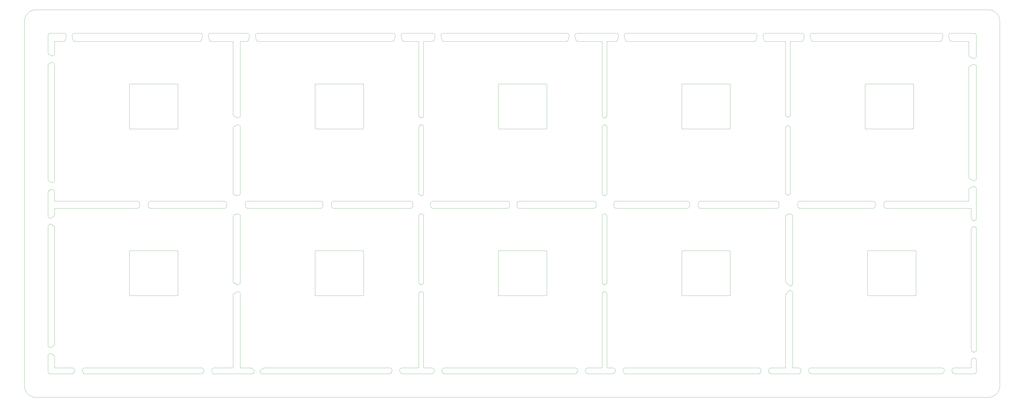
<source format=gko>
%MOIN*%
%OFA0B0*%
%FSLAX44Y44*%
%IPPOS*%
%LPD*%
%ADD10C,0*%
D10*
X00149222Y00017027D02*
X00149222Y00017027D01*
X00141312Y00017027D01*
X00141302Y00017037D01*
X00141282Y00017037D01*
X00141272Y00017047D01*
X00141262Y00017047D01*
X00141252Y00017057D01*
X00141252Y00017067D01*
X00141242Y00017077D01*
X00141232Y00017077D01*
X00141232Y00017087D01*
X00141222Y00017097D01*
X00141212Y00017107D01*
X00141212Y00017127D01*
X00141202Y00017137D01*
X00141202Y00024467D01*
X00141212Y00024477D01*
X00141212Y00024487D01*
X00141222Y00024497D01*
X00141222Y00024507D01*
X00141232Y00024517D01*
X00141242Y00024517D01*
X00141242Y00024527D01*
X00141252Y00024537D01*
X00141262Y00024547D01*
X00141272Y00024547D01*
X00141282Y00024557D01*
X00141292Y00024557D01*
X00141302Y00024567D01*
X00149232Y00024567D01*
X00149242Y00024557D01*
X00149252Y00024557D01*
X00149262Y00024547D01*
X00149272Y00024547D01*
X00149282Y00024537D01*
X00149292Y00024527D01*
X00149302Y00024517D01*
X00149302Y00024507D01*
X00149312Y00024497D01*
X00149322Y00024487D01*
X00149322Y00024477D01*
X00149332Y00024467D01*
X00149332Y00017127D01*
X00149322Y00017117D01*
X00149322Y00017107D01*
X00149312Y00017097D01*
X00149302Y00017087D01*
X00149292Y00017077D01*
X00149292Y00017067D01*
X00149282Y00017057D01*
X00149272Y00017057D01*
X00149262Y00017047D01*
X00149252Y00017047D01*
X00149242Y00017037D01*
X00149232Y00017037D01*
X00149222Y00017027D01*
X00118119Y00017027D02*
X00118119Y00017027D01*
X00110209Y00017027D01*
X00110199Y00017037D01*
X00110179Y00017037D01*
X00110169Y00017047D01*
X00110159Y00017047D01*
X00110149Y00017057D01*
X00110149Y00017067D01*
X00110139Y00017077D01*
X00110129Y00017077D01*
X00110129Y00017087D01*
X00110119Y00017097D01*
X00110109Y00017107D01*
X00110109Y00017127D01*
X00110099Y00017137D01*
X00110099Y00024467D01*
X00110109Y00024477D01*
X00110109Y00024487D01*
X00110119Y00024497D01*
X00110119Y00024507D01*
X00110129Y00024517D01*
X00110139Y00024517D01*
X00110139Y00024527D01*
X00110149Y00024537D01*
X00110159Y00024547D01*
X00110169Y00024547D01*
X00110179Y00024557D01*
X00110189Y00024557D01*
X00110199Y00024567D01*
X00118129Y00024567D01*
X00118139Y00024557D01*
X00118149Y00024557D01*
X00118159Y00024547D01*
X00118169Y00024547D01*
X00118179Y00024537D01*
X00118189Y00024527D01*
X00118199Y00024517D01*
X00118199Y00024507D01*
X00118209Y00024497D01*
X00118219Y00024487D01*
X00118219Y00024477D01*
X00118229Y00024467D01*
X00118229Y00017127D01*
X00118219Y00017117D01*
X00118219Y00017107D01*
X00118209Y00017097D01*
X00118199Y00017087D01*
X00118189Y00017077D01*
X00118189Y00017067D01*
X00118179Y00017057D01*
X00118169Y00017057D01*
X00118159Y00017047D01*
X00118149Y00017047D01*
X00118139Y00017037D01*
X00118129Y00017037D01*
X00118119Y00017027D01*
X00087411Y00017027D02*
X00087411Y00017027D01*
X00079501Y00017027D01*
X00079491Y00017037D01*
X00079471Y00017037D01*
X00079461Y00017047D01*
X00079451Y00017047D01*
X00079441Y00017057D01*
X00079441Y00017067D01*
X00079431Y00017077D01*
X00079421Y00017077D01*
X00079421Y00017087D01*
X00079411Y00017097D01*
X00079401Y00017107D01*
X00079401Y00017127D01*
X00079391Y00017137D01*
X00079391Y00024467D01*
X00079401Y00024477D01*
X00079401Y00024487D01*
X00079411Y00024497D01*
X00079411Y00024507D01*
X00079421Y00024517D01*
X00079431Y00024517D01*
X00079431Y00024527D01*
X00079441Y00024537D01*
X00079451Y00024547D01*
X00079461Y00024547D01*
X00079471Y00024557D01*
X00079481Y00024557D01*
X00079491Y00024567D01*
X00087421Y00024567D01*
X00087431Y00024557D01*
X00087441Y00024557D01*
X00087451Y00024547D01*
X00087461Y00024547D01*
X00087471Y00024537D01*
X00087481Y00024527D01*
X00087491Y00024517D01*
X00087491Y00024507D01*
X00087501Y00024497D01*
X00087511Y00024487D01*
X00087511Y00024477D01*
X00087521Y00024467D01*
X00087521Y00017127D01*
X00087511Y00017117D01*
X00087511Y00017107D01*
X00087501Y00017097D01*
X00087491Y00017087D01*
X00087481Y00017077D01*
X00087481Y00017067D01*
X00087471Y00017057D01*
X00087461Y00017057D01*
X00087451Y00017047D01*
X00087441Y00017047D01*
X00087431Y00017037D01*
X00087421Y00017037D01*
X00087411Y00017027D01*
X00148828Y00044980D02*
X00148828Y00044980D01*
X00140918Y00044980D01*
X00140908Y00044990D01*
X00140888Y00044990D01*
X00140878Y00045000D01*
X00140868Y00045000D01*
X00140858Y00045010D01*
X00140858Y00045020D01*
X00140848Y00045030D01*
X00140838Y00045030D01*
X00140838Y00045040D01*
X00140828Y00045050D01*
X00140818Y00045060D01*
X00140818Y00045080D01*
X00140808Y00045090D01*
X00140808Y00052420D01*
X00140818Y00052430D01*
X00140818Y00052440D01*
X00140828Y00052450D01*
X00140828Y00052460D01*
X00140838Y00052470D01*
X00140848Y00052470D01*
X00140848Y00052480D01*
X00140858Y00052490D01*
X00140868Y00052500D01*
X00140878Y00052500D01*
X00140888Y00052510D01*
X00140898Y00052510D01*
X00140908Y00052520D01*
X00148838Y00052520D01*
X00148848Y00052510D01*
X00148858Y00052510D01*
X00148868Y00052500D01*
X00148878Y00052500D01*
X00148888Y00052490D01*
X00148898Y00052480D01*
X00148908Y00052470D01*
X00148908Y00052460D01*
X00148918Y00052450D01*
X00148928Y00052440D01*
X00148928Y00052430D01*
X00148938Y00052420D01*
X00148938Y00045080D01*
X00148928Y00045070D01*
X00148928Y00045060D01*
X00148918Y00045050D01*
X00148908Y00045040D01*
X00148898Y00045030D01*
X00148898Y00045020D01*
X00148888Y00045010D01*
X00148878Y00045010D01*
X00148868Y00045000D01*
X00148858Y00045000D01*
X00148848Y00044990D01*
X00148838Y00044990D01*
X00148828Y00044980D01*
X00118119Y00044980D02*
X00118119Y00044980D01*
X00110209Y00044980D01*
X00110199Y00044990D01*
X00110179Y00044990D01*
X00110169Y00045000D01*
X00110159Y00045000D01*
X00110149Y00045010D01*
X00110149Y00045020D01*
X00110139Y00045030D01*
X00110129Y00045030D01*
X00110129Y00045040D01*
X00110119Y00045050D01*
X00110109Y00045060D01*
X00110109Y00045080D01*
X00110099Y00045090D01*
X00110099Y00052420D01*
X00110109Y00052430D01*
X00110109Y00052440D01*
X00110119Y00052450D01*
X00110119Y00052460D01*
X00110129Y00052470D01*
X00110139Y00052470D01*
X00110139Y00052480D01*
X00110149Y00052490D01*
X00110159Y00052500D01*
X00110169Y00052500D01*
X00110179Y00052510D01*
X00110189Y00052510D01*
X00110199Y00052520D01*
X00118129Y00052520D01*
X00118139Y00052510D01*
X00118149Y00052510D01*
X00118159Y00052500D01*
X00118169Y00052500D01*
X00118179Y00052490D01*
X00118189Y00052480D01*
X00118199Y00052470D01*
X00118199Y00052460D01*
X00118209Y00052450D01*
X00118219Y00052440D01*
X00118219Y00052430D01*
X00118229Y00052420D01*
X00118229Y00045080D01*
X00118219Y00045070D01*
X00118219Y00045060D01*
X00118209Y00045050D01*
X00118199Y00045040D01*
X00118189Y00045030D01*
X00118189Y00045020D01*
X00118179Y00045010D01*
X00118169Y00045010D01*
X00118159Y00045000D01*
X00118149Y00045000D01*
X00118139Y00044990D01*
X00118129Y00044990D01*
X00118119Y00044980D01*
X00087411Y00044980D02*
X00087411Y00044980D01*
X00079501Y00044980D01*
X00079491Y00044990D01*
X00079471Y00044990D01*
X00079461Y00045000D01*
X00079451Y00045000D01*
X00079441Y00045010D01*
X00079441Y00045020D01*
X00079431Y00045030D01*
X00079421Y00045030D01*
X00079421Y00045040D01*
X00079411Y00045050D01*
X00079401Y00045060D01*
X00079401Y00045080D01*
X00079391Y00045090D01*
X00079391Y00052420D01*
X00079401Y00052430D01*
X00079401Y00052440D01*
X00079411Y00052450D01*
X00079411Y00052460D01*
X00079421Y00052470D01*
X00079431Y00052470D01*
X00079431Y00052480D01*
X00079441Y00052490D01*
X00079451Y00052500D01*
X00079461Y00052500D01*
X00079471Y00052510D01*
X00079481Y00052510D01*
X00079491Y00052520D01*
X00087421Y00052520D01*
X00087431Y00052510D01*
X00087441Y00052510D01*
X00087451Y00052500D01*
X00087461Y00052500D01*
X00087471Y00052490D01*
X00087481Y00052480D01*
X00087491Y00052470D01*
X00087491Y00052460D01*
X00087501Y00052450D01*
X00087511Y00052440D01*
X00087511Y00052430D01*
X00087521Y00052420D01*
X00087521Y00045080D01*
X00087511Y00045070D01*
X00087511Y00045060D01*
X00087501Y00045050D01*
X00087491Y00045040D01*
X00087481Y00045030D01*
X00087481Y00045020D01*
X00087471Y00045010D01*
X00087461Y00045010D01*
X00087451Y00045000D01*
X00087441Y00045000D01*
X00087431Y00044990D01*
X00087421Y00044990D01*
X00087411Y00044980D01*
X00056702Y00017027D02*
X00056702Y00017027D01*
X00048792Y00017027D01*
X00048782Y00017037D01*
X00048762Y00017037D01*
X00048752Y00017047D01*
X00048742Y00017047D01*
X00048732Y00017057D01*
X00048732Y00017067D01*
X00048722Y00017077D01*
X00048712Y00017077D01*
X00048712Y00017087D01*
X00048702Y00017097D01*
X00048692Y00017107D01*
X00048692Y00017127D01*
X00048682Y00017137D01*
X00048682Y00024467D01*
X00048692Y00024477D01*
X00048692Y00024487D01*
X00048702Y00024497D01*
X00048702Y00024507D01*
X00048712Y00024517D01*
X00048722Y00024517D01*
X00048722Y00024527D01*
X00048732Y00024537D01*
X00048742Y00024547D01*
X00048752Y00024547D01*
X00048762Y00024557D01*
X00048772Y00024557D01*
X00048782Y00024567D01*
X00056712Y00024567D01*
X00056722Y00024557D01*
X00056732Y00024557D01*
X00056742Y00024547D01*
X00056752Y00024547D01*
X00056762Y00024537D01*
X00056772Y00024527D01*
X00056782Y00024517D01*
X00056782Y00024507D01*
X00056792Y00024497D01*
X00056802Y00024487D01*
X00056802Y00024477D01*
X00056812Y00024467D01*
X00056812Y00017127D01*
X00056802Y00017117D01*
X00056802Y00017107D01*
X00056792Y00017097D01*
X00056782Y00017087D01*
X00056772Y00017077D01*
X00056772Y00017067D01*
X00056762Y00017057D01*
X00056752Y00017057D01*
X00056742Y00017047D01*
X00056732Y00017047D01*
X00056722Y00017037D01*
X00056712Y00017037D01*
X00056702Y00017027D01*
X00056702Y00044980D02*
X00056702Y00044980D01*
X00048792Y00044980D01*
X00048782Y00044990D01*
X00048762Y00044990D01*
X00048752Y00045000D01*
X00048742Y00045000D01*
X00048732Y00045010D01*
X00048732Y00045020D01*
X00048722Y00045030D01*
X00048712Y00045030D01*
X00048712Y00045040D01*
X00048702Y00045050D01*
X00048692Y00045060D01*
X00048692Y00045080D01*
X00048682Y00045090D01*
X00048682Y00052420D01*
X00048692Y00052430D01*
X00048692Y00052440D01*
X00048702Y00052450D01*
X00048702Y00052460D01*
X00048712Y00052470D01*
X00048722Y00052470D01*
X00048722Y00052480D01*
X00048732Y00052490D01*
X00048742Y00052500D01*
X00048752Y00052500D01*
X00048762Y00052510D01*
X00048772Y00052510D01*
X00048782Y00052520D01*
X00056712Y00052520D01*
X00056722Y00052510D01*
X00056732Y00052510D01*
X00056742Y00052500D01*
X00056752Y00052500D01*
X00056762Y00052490D01*
X00056772Y00052480D01*
X00056782Y00052470D01*
X00056782Y00052460D01*
X00056792Y00052450D01*
X00056802Y00052440D01*
X00056802Y00052430D01*
X00056812Y00052420D01*
X00056812Y00045080D01*
X00056802Y00045070D01*
X00056802Y00045060D01*
X00056792Y00045050D01*
X00056782Y00045040D01*
X00056772Y00045030D01*
X00056772Y00045020D01*
X00056762Y00045010D01*
X00056752Y00045010D01*
X00056742Y00045000D01*
X00056732Y00045000D01*
X00056722Y00044990D01*
X00056712Y00044990D01*
X00056702Y00044980D01*
X00025600Y00044980D02*
X00025600Y00044980D01*
X00017690Y00044980D01*
X00017680Y00044990D01*
X00017660Y00044990D01*
X00017650Y00045000D01*
X00017640Y00045000D01*
X00017630Y00045010D01*
X00017630Y00045020D01*
X00017620Y00045030D01*
X00017610Y00045030D01*
X00017610Y00045040D01*
X00017600Y00045050D01*
X00017590Y00045060D01*
X00017590Y00045080D01*
X00017580Y00045090D01*
X00017580Y00052420D01*
X00017590Y00052430D01*
X00017590Y00052440D01*
X00017600Y00052450D01*
X00017600Y00052460D01*
X00017610Y00052470D01*
X00017620Y00052470D01*
X00017620Y00052480D01*
X00017630Y00052490D01*
X00017640Y00052500D01*
X00017650Y00052500D01*
X00017660Y00052510D01*
X00017670Y00052510D01*
X00017680Y00052520D01*
X00025610Y00052520D01*
X00025620Y00052510D01*
X00025630Y00052510D01*
X00025640Y00052500D01*
X00025650Y00052500D01*
X00025660Y00052490D01*
X00025670Y00052480D01*
X00025680Y00052470D01*
X00025680Y00052460D01*
X00025690Y00052450D01*
X00025700Y00052440D01*
X00025700Y00052430D01*
X00025710Y00052420D01*
X00025710Y00045080D01*
X00025700Y00045070D01*
X00025700Y00045060D01*
X00025690Y00045050D01*
X00025680Y00045040D01*
X00025670Y00045030D01*
X00025670Y00045020D01*
X00025660Y00045010D01*
X00025650Y00045010D01*
X00025640Y00045000D01*
X00025630Y00045000D01*
X00025620Y00044990D01*
X00025610Y00044990D01*
X00025600Y00044980D01*
X00025600Y00017027D02*
X00025600Y00017027D01*
X00017690Y00017027D01*
X00017680Y00017037D01*
X00017660Y00017037D01*
X00017650Y00017047D01*
X00017640Y00017047D01*
X00017630Y00017057D01*
X00017630Y00017067D01*
X00017620Y00017077D01*
X00017610Y00017077D01*
X00017610Y00017087D01*
X00017600Y00017097D01*
X00017590Y00017107D01*
X00017590Y00017127D01*
X00017580Y00017137D01*
X00017580Y00024467D01*
X00017590Y00024477D01*
X00017590Y00024487D01*
X00017600Y00024497D01*
X00017600Y00024507D01*
X00017610Y00024517D01*
X00017620Y00024517D01*
X00017620Y00024527D01*
X00017630Y00024537D01*
X00017640Y00024547D01*
X00017650Y00024547D01*
X00017660Y00024557D01*
X00017670Y00024557D01*
X00017680Y00024567D01*
X00025610Y00024567D01*
X00025620Y00024557D01*
X00025630Y00024557D01*
X00025640Y00024547D01*
X00025650Y00024547D01*
X00025660Y00024537D01*
X00025670Y00024527D01*
X00025680Y00024517D01*
X00025680Y00024507D01*
X00025690Y00024497D01*
X00025700Y00024487D01*
X00025700Y00024477D01*
X00025710Y00024467D01*
X00025710Y00017127D01*
X00025700Y00017117D01*
X00025700Y00017107D01*
X00025690Y00017097D01*
X00025680Y00017087D01*
X00025670Y00017077D01*
X00025670Y00017067D01*
X00025660Y00017057D01*
X00025650Y00017057D01*
X00025640Y00017047D01*
X00025630Y00017047D01*
X00025620Y00017037D01*
X00025610Y00017037D01*
X00025600Y00017027D01*
X00161417Y00000000D02*
X00161417Y00000000D01*
X00161512Y00000002D01*
X00161610Y00000008D01*
X00161706Y00000020D01*
X00161801Y00000036D01*
X00161894Y00000057D01*
X00161988Y00000083D01*
X00162079Y00000114D01*
X00162170Y00000148D01*
X00162257Y00000187D01*
X00162345Y00000231D01*
X00162428Y00000279D01*
X00162509Y00000331D01*
X00162589Y00000386D01*
X00162665Y00000445D01*
X00162738Y00000508D01*
X00162809Y00000575D01*
X00162874Y00000646D01*
X00162937Y00000718D01*
X00162998Y00000794D01*
X00163054Y00000873D01*
X00163105Y00000956D01*
X00163153Y00001039D01*
X00163196Y00001125D01*
X00163234Y00001214D01*
X00163270Y00001304D01*
X00163301Y00001396D01*
X00163326Y00001490D01*
X00163348Y00001583D01*
X00163363Y00001678D01*
X00163375Y00001775D01*
X00163382Y00001870D01*
X00163384Y00001967D01*
X00163384Y00062991D01*
X00163382Y00063087D01*
X00163375Y00063184D01*
X00163363Y00063280D01*
X00163348Y00063375D01*
X00163326Y00063470D01*
X00163301Y00063563D01*
X00163270Y00063654D01*
X00163234Y00063744D01*
X00163196Y00063832D01*
X00163153Y00063919D01*
X00163105Y00064003D01*
X00163054Y00064084D01*
X00162998Y00064164D01*
X00162937Y00064240D01*
X00162874Y00064313D01*
X00162809Y00064383D01*
X00162738Y00064450D01*
X00162665Y00064512D01*
X00162589Y00064573D01*
X00162509Y00064627D01*
X00162428Y00064679D01*
X00162345Y00064727D01*
X00162257Y00064771D01*
X00162170Y00064809D01*
X00162079Y00064844D01*
X00161988Y00064875D01*
X00161894Y00064900D01*
X00161801Y00064922D01*
X00161706Y00064938D01*
X00161610Y00064951D01*
X00161512Y00064957D01*
X00161417Y00064959D01*
X00001967Y00064959D01*
X00001870Y00064957D01*
X00001775Y00064951D01*
X00001678Y00064938D01*
X00001583Y00064922D01*
X00001490Y00064900D01*
X00001396Y00064875D01*
X00001304Y00064844D01*
X00001214Y00064809D01*
X00001125Y00064771D01*
X00001039Y00064727D01*
X00000956Y00064679D01*
X00000873Y00064627D01*
X00000794Y00064573D01*
X00000718Y00064512D01*
X00000646Y00064450D01*
X00000575Y00064383D01*
X00000508Y00064313D01*
X00000445Y00064240D01*
X00000386Y00064164D01*
X00000331Y00064084D01*
X00000279Y00064003D01*
X00000231Y00063919D01*
X00000187Y00063832D01*
X00000148Y00063744D01*
X00000114Y00063654D01*
X00000083Y00063563D01*
X00000057Y00063470D01*
X00000036Y00063375D01*
X00000020Y00063280D01*
X00000008Y00063184D01*
X00000002Y00063087D01*
X00000000Y00062991D01*
X00000000Y00001967D01*
X00000002Y00001870D01*
X00000008Y00001775D01*
X00000020Y00001678D01*
X00000036Y00001583D01*
X00000057Y00001490D01*
X00000083Y00001396D01*
X00000114Y00001304D01*
X00000148Y00001214D01*
X00000187Y00001125D01*
X00000231Y00001039D01*
X00000279Y00000956D01*
X00000331Y00000873D01*
X00000386Y00000794D01*
X00000445Y00000718D01*
X00000508Y00000646D01*
X00000575Y00000575D01*
X00000646Y00000508D01*
X00000718Y00000445D01*
X00000794Y00000386D01*
X00000873Y00000331D01*
X00000956Y00000279D01*
X00001039Y00000231D01*
X00001125Y00000187D01*
X00001214Y00000148D01*
X00001304Y00000114D01*
X00001396Y00000083D01*
X00001490Y00000057D01*
X00001583Y00000036D01*
X00001678Y00000020D01*
X00001775Y00000008D01*
X00001870Y00000002D01*
X00001967Y00000000D01*
X00161417Y00000000D01*
X00068411Y00032880D02*
X00068411Y00032880D01*
X00080870Y00032880D01*
X00080901Y00032878D01*
X00080932Y00032875D01*
X00080962Y00032869D01*
X00080992Y00032860D01*
X00081021Y00032850D01*
X00081049Y00032837D01*
X00081076Y00032822D01*
X00081101Y00032804D01*
X00081126Y00032785D01*
X00081148Y00032764D01*
X00081169Y00032741D01*
X00081189Y00032717D01*
X00081206Y00032691D01*
X00081221Y00032664D01*
X00081234Y00032636D01*
X00081244Y00032607D01*
X00081253Y00032578D01*
X00081259Y00032547D01*
X00081262Y00032517D01*
X00081264Y00032486D01*
X00081263Y00032080D01*
X00081262Y00032049D01*
X00081258Y00032019D01*
X00081252Y00031988D01*
X00081244Y00031959D01*
X00081233Y00031930D01*
X00081220Y00031902D01*
X00081205Y00031875D01*
X00081188Y00031849D01*
X00081169Y00031825D01*
X00081148Y00031802D01*
X00081125Y00031781D01*
X00081101Y00031762D01*
X00081075Y00031745D01*
X00081048Y00031730D01*
X00081020Y00031717D01*
X00080991Y00031706D01*
X00080962Y00031698D01*
X00080931Y00031692D01*
X00080901Y00031688D01*
X00080870Y00031687D01*
X00068411Y00031687D01*
X00068380Y00031688D01*
X00068349Y00031692D01*
X00068319Y00031698D01*
X00068289Y00031706D01*
X00068260Y00031717D01*
X00068232Y00031730D01*
X00068205Y00031745D01*
X00068180Y00031762D01*
X00068155Y00031781D01*
X00068133Y00031802D01*
X00068112Y00031825D01*
X00068093Y00031849D01*
X00068075Y00031875D01*
X00068060Y00031902D01*
X00068047Y00031930D01*
X00068037Y00031959D01*
X00068028Y00031988D01*
X00068022Y00032019D01*
X00068019Y00032049D01*
X00068017Y00032080D01*
X00068017Y00032486D01*
X00068018Y00032517D01*
X00068022Y00032547D01*
X00068028Y00032578D01*
X00068036Y00032607D01*
X00068047Y00032636D01*
X00068060Y00032665D01*
X00068075Y00032692D01*
X00068092Y00032717D01*
X00068111Y00032742D01*
X00068132Y00032764D01*
X00068155Y00032785D01*
X00068179Y00032804D01*
X00068205Y00032822D01*
X00068232Y00032837D01*
X00068260Y00032850D01*
X00068289Y00032860D01*
X00068319Y00032869D01*
X00068349Y00032875D01*
X00068380Y00032878D01*
X00068411Y00032880D01*
X00159054Y00003936D02*
X00159054Y00003936D01*
X00155837Y00003936D01*
X00155815Y00003937D01*
X00155793Y00003939D01*
X00155771Y00003942D01*
X00155749Y00003947D01*
X00155727Y00003952D01*
X00155706Y00003959D01*
X00155685Y00003967D01*
X00155665Y00003976D01*
X00155645Y00003987D01*
X00155626Y00003998D01*
X00155607Y00004011D01*
X00155589Y00004024D01*
X00155572Y00004039D01*
X00155556Y00004055D01*
X00155541Y00004071D01*
X00155527Y00004088D01*
X00155514Y00004106D01*
X00155501Y00004125D01*
X00155490Y00004144D01*
X00155480Y00004164D01*
X00155386Y00004367D01*
X00155371Y00004404D01*
X00155360Y00004442D01*
X00155353Y00004481D01*
X00155350Y00004520D01*
X00155350Y00004559D01*
X00155355Y00004599D01*
X00155364Y00004637D01*
X00155376Y00004675D01*
X00155392Y00004711D01*
X00155411Y00004745D01*
X00155434Y00004777D01*
X00155460Y00004807D01*
X00155489Y00004834D01*
X00155520Y00004858D01*
X00155554Y00004878D01*
X00155590Y00004896D01*
X00155627Y00004909D01*
X00155665Y00004919D01*
X00155704Y00004925D01*
X00155743Y00004927D01*
X00158582Y00004927D01*
X00158582Y00005908D01*
X00158582Y00005913D01*
X00158582Y00005918D01*
X00158582Y00005923D01*
X00158582Y00005928D01*
X00158583Y00005933D01*
X00158583Y00005938D01*
X00158583Y00005943D01*
X00158584Y00005948D01*
X00158584Y00005953D01*
X00158585Y00005958D01*
X00158586Y00005963D01*
X00158586Y00005968D01*
X00158587Y00005973D01*
X00158588Y00005978D01*
X00158589Y00005983D01*
X00158590Y00005988D01*
X00158591Y00005993D01*
X00158592Y00005998D01*
X00158594Y00006003D01*
X00158595Y00006008D01*
X00158673Y00006305D01*
X00158691Y00006359D01*
X00158717Y00006409D01*
X00158750Y00006456D01*
X00158789Y00006497D01*
X00158834Y00006532D01*
X00158883Y00006560D01*
X00158936Y00006581D01*
X00158991Y00006594D01*
X00159048Y00006599D01*
X00159104Y00006595D01*
X00159160Y00006584D01*
X00159213Y00006565D01*
X00159263Y00006538D01*
X00159309Y00006505D01*
X00159350Y00006465D01*
X00159384Y00006420D01*
X00159411Y00006370D01*
X00159431Y00006317D01*
X00159443Y00006262D01*
X00159448Y00006205D01*
X00159448Y00004330D01*
X00159438Y00004242D01*
X00159408Y00004158D01*
X00159361Y00004084D01*
X00159300Y00004022D01*
X00159225Y00003975D01*
X00159141Y00003945D01*
X00159054Y00003936D01*
X00159054Y00061022D02*
X00159054Y00061022D01*
X00159141Y00061013D01*
X00159225Y00060983D01*
X00159300Y00060937D01*
X00159361Y00060874D01*
X00159408Y00060799D01*
X00159438Y00060716D01*
X00159448Y00060629D01*
X00159448Y00057180D01*
X00159446Y00057141D01*
X00159440Y00057103D01*
X00159430Y00057065D01*
X00159417Y00057028D01*
X00159401Y00056993D01*
X00159380Y00056960D01*
X00159357Y00056929D01*
X00159331Y00056900D01*
X00159302Y00056874D01*
X00159271Y00056851D01*
X00159237Y00056832D01*
X00159202Y00056815D01*
X00159166Y00056802D01*
X00159128Y00056793D01*
X00159089Y00056788D01*
X00159051Y00056786D01*
X00159012Y00056788D01*
X00158973Y00056794D01*
X00158936Y00056804D01*
X00158899Y00056818D01*
X00158427Y00057019D01*
X00158407Y00057029D01*
X00158386Y00057039D01*
X00158367Y00057051D01*
X00158348Y00057064D01*
X00158330Y00057079D01*
X00158312Y00057094D01*
X00158296Y00057110D01*
X00158281Y00057127D01*
X00158267Y00057145D01*
X00158253Y00057164D01*
X00158241Y00057184D01*
X00158230Y00057204D01*
X00158221Y00057225D01*
X00158212Y00057246D01*
X00158205Y00057268D01*
X00158199Y00057290D01*
X00158194Y00057312D01*
X00158191Y00057335D01*
X00158189Y00057358D01*
X00158188Y00057381D01*
X00158188Y00059640D01*
X00155350Y00059640D01*
X00155323Y00059640D01*
X00155297Y00059643D01*
X00155271Y00059648D01*
X00155245Y00059654D01*
X00155220Y00059662D01*
X00155196Y00059671D01*
X00155172Y00059682D01*
X00155148Y00059695D01*
X00155126Y00059709D01*
X00155105Y00059725D01*
X00155085Y00059742D01*
X00155066Y00059760D01*
X00155048Y00059780D01*
X00155032Y00059801D01*
X00155017Y00059823D01*
X00155004Y00059845D01*
X00154992Y00059869D01*
X00154982Y00059893D01*
X00154973Y00059918D01*
X00154966Y00059944D01*
X00154828Y00060539D01*
X00154821Y00060574D01*
X00154818Y00060610D01*
X00154818Y00060645D01*
X00154821Y00060680D01*
X00154827Y00060715D01*
X00154836Y00060749D01*
X00154849Y00060782D01*
X00154864Y00060814D01*
X00154882Y00060845D01*
X00154903Y00060874D01*
X00154926Y00060900D01*
X00154952Y00060925D01*
X00154979Y00060947D01*
X00155009Y00060966D01*
X00155040Y00060983D01*
X00155072Y00060997D01*
X00155106Y00061008D01*
X00155141Y00061016D01*
X00155176Y00061021D01*
X00155211Y00061022D01*
X00159054Y00061022D01*
X00003936Y00060629D02*
X00003936Y00060629D01*
X00003945Y00060716D01*
X00003975Y00060799D01*
X00004022Y00060874D01*
X00004084Y00060937D01*
X00004158Y00060983D01*
X00004242Y00061013D01*
X00004330Y00061022D01*
X00006599Y00061022D01*
X00006634Y00061021D01*
X00006669Y00061016D01*
X00006704Y00061008D01*
X00006738Y00060997D01*
X00006770Y00060983D01*
X00006801Y00060966D01*
X00006831Y00060947D01*
X00006858Y00060925D01*
X00006884Y00060900D01*
X00006907Y00060874D01*
X00006928Y00060845D01*
X00006946Y00060814D01*
X00006961Y00060782D01*
X00006974Y00060749D01*
X00006983Y00060715D01*
X00006989Y00060680D01*
X00006992Y00060645D01*
X00006992Y00060610D01*
X00006989Y00060574D01*
X00006982Y00060539D01*
X00006844Y00059944D01*
X00006837Y00059918D01*
X00006828Y00059893D01*
X00006818Y00059869D01*
X00006806Y00059845D01*
X00006793Y00059823D01*
X00006778Y00059801D01*
X00006762Y00059780D01*
X00006744Y00059760D01*
X00006725Y00059742D01*
X00006705Y00059725D01*
X00006684Y00059709D01*
X00006662Y00059695D01*
X00006638Y00059682D01*
X00006614Y00059671D01*
X00006590Y00059662D01*
X00006565Y00059654D01*
X00006539Y00059648D01*
X00006513Y00059643D01*
X00006487Y00059640D01*
X00006460Y00059640D01*
X00005050Y00059640D01*
X00005050Y00057629D01*
X00005048Y00057588D01*
X00005041Y00057548D01*
X00005031Y00057509D01*
X00005017Y00057471D01*
X00004998Y00057434D01*
X00004976Y00057400D01*
X00004951Y00057368D01*
X00004923Y00057339D01*
X00004891Y00057313D01*
X00004857Y00057291D01*
X00004821Y00057272D01*
X00004784Y00057257D01*
X00004744Y00057245D01*
X00004704Y00057238D01*
X00004664Y00057235D01*
X00004623Y00057237D01*
X00004583Y00057242D01*
X00004543Y00057252D01*
X00004505Y00057266D01*
X00004468Y00057283D01*
X00004142Y00057460D01*
X00004124Y00057471D01*
X00004106Y00057482D01*
X00004089Y00057495D01*
X00004073Y00057508D01*
X00004057Y00057522D01*
X00004042Y00057537D01*
X00004028Y00057553D01*
X00004015Y00057570D01*
X00004003Y00057587D01*
X00003992Y00057605D01*
X00003982Y00057623D01*
X00003972Y00057642D01*
X00003964Y00057662D01*
X00003957Y00057681D01*
X00003951Y00057702D01*
X00003946Y00057722D01*
X00003942Y00057743D01*
X00003939Y00057764D01*
X00003937Y00057785D01*
X00003936Y00057806D01*
X00003936Y00060629D01*
X00004330Y00003936D02*
X00004330Y00003936D01*
X00004242Y00003945D01*
X00004158Y00003975D01*
X00004084Y00004022D01*
X00004022Y00004084D01*
X00003975Y00004158D01*
X00003945Y00004242D01*
X00003936Y00004330D01*
X00003936Y00006993D01*
X00003939Y00007037D01*
X00003946Y00007080D01*
X00003958Y00007123D01*
X00003975Y00007163D01*
X00003996Y00007202D01*
X00004022Y00007238D01*
X00004051Y00007271D01*
X00004084Y00007300D01*
X00004119Y00007326D01*
X00004158Y00007347D01*
X00004198Y00007364D01*
X00004240Y00007377D01*
X00004284Y00007384D01*
X00004328Y00007387D01*
X00004372Y00007385D01*
X00004415Y00007378D01*
X00004457Y00007366D01*
X00004498Y00007349D01*
X00004537Y00007328D01*
X00004573Y00007303D01*
X00004899Y00007048D01*
X00004912Y00007037D01*
X00004926Y00007025D01*
X00004938Y00007013D01*
X00004951Y00006999D01*
X00004962Y00006986D01*
X00004973Y00006972D01*
X00004983Y00006957D01*
X00004993Y00006942D01*
X00005002Y00006927D01*
X00005010Y00006911D01*
X00005017Y00006894D01*
X00005024Y00006878D01*
X00005030Y00006861D01*
X00005035Y00006844D01*
X00005040Y00006827D01*
X00005043Y00006809D01*
X00005046Y00006792D01*
X00005048Y00006774D01*
X00005049Y00006756D01*
X00005050Y00006738D01*
X00005050Y00004927D01*
X00008035Y00004927D01*
X00008075Y00004925D01*
X00008114Y00004919D01*
X00008152Y00004909D01*
X00008189Y00004896D01*
X00008224Y00004878D01*
X00008258Y00004858D01*
X00008289Y00004834D01*
X00008318Y00004807D01*
X00008344Y00004777D01*
X00008367Y00004745D01*
X00008387Y00004711D01*
X00008403Y00004675D01*
X00008415Y00004637D01*
X00008424Y00004599D01*
X00008428Y00004559D01*
X00008429Y00004520D01*
X00008425Y00004481D01*
X00008418Y00004442D01*
X00008407Y00004404D01*
X00008392Y00004367D01*
X00008298Y00004164D01*
X00008288Y00004144D01*
X00008277Y00004125D01*
X00008265Y00004106D01*
X00008252Y00004088D01*
X00008237Y00004071D01*
X00008222Y00004055D01*
X00008206Y00004039D01*
X00008189Y00004024D01*
X00008171Y00004011D01*
X00008153Y00003998D01*
X00008134Y00003987D01*
X00008114Y00003976D01*
X00008094Y00003967D01*
X00008073Y00003959D01*
X00008051Y00003952D01*
X00008030Y00003947D01*
X00008008Y00003942D01*
X00007986Y00003939D01*
X00007963Y00003937D01*
X00007941Y00003936D01*
X00004330Y00003936D01*
X00037308Y00061022D02*
X00037308Y00061022D01*
X00037343Y00061021D01*
X00037378Y00061016D01*
X00037413Y00061008D01*
X00037446Y00060997D01*
X00037479Y00060983D01*
X00037510Y00060966D01*
X00037539Y00060947D01*
X00037567Y00060925D01*
X00037593Y00060900D01*
X00037616Y00060874D01*
X00037637Y00060845D01*
X00037655Y00060814D01*
X00037670Y00060782D01*
X00037682Y00060749D01*
X00037692Y00060715D01*
X00037698Y00060680D01*
X00037701Y00060645D01*
X00037701Y00060610D01*
X00037697Y00060574D01*
X00037691Y00060539D01*
X00037552Y00059944D01*
X00037545Y00059918D01*
X00037537Y00059893D01*
X00037527Y00059869D01*
X00037515Y00059845D01*
X00037502Y00059823D01*
X00037487Y00059801D01*
X00037470Y00059780D01*
X00037453Y00059760D01*
X00037434Y00059742D01*
X00037414Y00059725D01*
X00037392Y00059709D01*
X00037370Y00059695D01*
X00037347Y00059682D01*
X00037323Y00059671D01*
X00037298Y00059662D01*
X00037273Y00059654D01*
X00037248Y00059648D01*
X00037222Y00059643D01*
X00037195Y00059640D01*
X00037169Y00059640D01*
X00036152Y00059640D01*
X00036152Y00047239D01*
X00036150Y00047198D01*
X00036144Y00047158D01*
X00036133Y00047119D01*
X00036119Y00047081D01*
X00036101Y00047045D01*
X00036079Y00047010D01*
X00036054Y00046979D01*
X00036026Y00046950D01*
X00035995Y00046924D01*
X00035961Y00046901D01*
X00035925Y00046882D01*
X00035888Y00046867D01*
X00035849Y00046855D01*
X00035809Y00046848D01*
X00035768Y00046845D01*
X00035728Y00046846D01*
X00035688Y00046851D01*
X00035648Y00046861D01*
X00035610Y00046874D01*
X00035573Y00046891D01*
X00035168Y00047107D01*
X00035150Y00047118D01*
X00035132Y00047129D01*
X00035115Y00047142D01*
X00035098Y00047155D01*
X00035082Y00047169D01*
X00035067Y00047184D01*
X00035053Y00047200D01*
X00035040Y00047217D01*
X00035027Y00047234D01*
X00035016Y00047252D01*
X00035005Y00047270D01*
X00034996Y00047289D01*
X00034988Y00047309D01*
X00034980Y00047329D01*
X00034974Y00047349D01*
X00034969Y00047370D01*
X00034965Y00047391D01*
X00034962Y00047412D01*
X00034960Y00047433D01*
X00034960Y00047454D01*
X00034960Y00059640D01*
X00031334Y00059640D01*
X00031308Y00059640D01*
X00031281Y00059643D01*
X00031255Y00059648D01*
X00031230Y00059654D01*
X00031204Y00059662D01*
X00031180Y00059671D01*
X00031156Y00059682D01*
X00031133Y00059695D01*
X00031111Y00059709D01*
X00031089Y00059725D01*
X00031069Y00059742D01*
X00031050Y00059760D01*
X00031033Y00059780D01*
X00031016Y00059801D01*
X00031001Y00059823D01*
X00030988Y00059845D01*
X00030976Y00059869D01*
X00030966Y00059893D01*
X00030957Y00059918D01*
X00030951Y00059944D01*
X00030812Y00060539D01*
X00030805Y00060574D01*
X00030802Y00060610D01*
X00030802Y00060645D01*
X00030805Y00060680D01*
X00030811Y00060715D01*
X00030821Y00060749D01*
X00030833Y00060782D01*
X00030848Y00060814D01*
X00030866Y00060845D01*
X00030887Y00060874D01*
X00030910Y00060900D01*
X00030936Y00060925D01*
X00030963Y00060947D01*
X00030993Y00060966D01*
X00031024Y00060983D01*
X00031057Y00060997D01*
X00031090Y00061008D01*
X00031125Y00061016D01*
X00031160Y00061021D01*
X00031195Y00061022D01*
X00037308Y00061022D01*
X00061717Y00061022D02*
X00061717Y00061022D01*
X00061752Y00061021D01*
X00061787Y00061016D01*
X00061822Y00061008D01*
X00061856Y00060997D01*
X00061888Y00060983D01*
X00061919Y00060966D01*
X00061949Y00060947D01*
X00061977Y00060925D01*
X00062002Y00060900D01*
X00062025Y00060874D01*
X00062046Y00060845D01*
X00062064Y00060814D01*
X00062079Y00060782D01*
X00062092Y00060749D01*
X00062101Y00060715D01*
X00062107Y00060680D01*
X00062110Y00060645D01*
X00062110Y00060610D01*
X00062107Y00060574D01*
X00062100Y00060539D01*
X00061962Y00059944D01*
X00061955Y00059918D01*
X00061946Y00059893D01*
X00061936Y00059869D01*
X00061924Y00059845D01*
X00061911Y00059823D01*
X00061896Y00059801D01*
X00061880Y00059780D01*
X00061862Y00059760D01*
X00061843Y00059742D01*
X00061823Y00059725D01*
X00061802Y00059709D01*
X00061780Y00059695D01*
X00061756Y00059682D01*
X00061733Y00059671D01*
X00061708Y00059662D01*
X00061683Y00059654D01*
X00061657Y00059648D01*
X00061631Y00059643D01*
X00061605Y00059640D01*
X00061578Y00059640D01*
X00039208Y00059640D01*
X00039182Y00059640D01*
X00039155Y00059643D01*
X00039129Y00059648D01*
X00039104Y00059654D01*
X00039078Y00059662D01*
X00039054Y00059671D01*
X00039030Y00059682D01*
X00039007Y00059695D01*
X00038985Y00059709D01*
X00038963Y00059725D01*
X00038943Y00059742D01*
X00038924Y00059760D01*
X00038907Y00059780D01*
X00038890Y00059801D01*
X00038875Y00059823D01*
X00038862Y00059845D01*
X00038850Y00059869D01*
X00038840Y00059893D01*
X00038832Y00059918D01*
X00038825Y00059944D01*
X00038686Y00060539D01*
X00038679Y00060574D01*
X00038676Y00060610D01*
X00038676Y00060645D01*
X00038679Y00060680D01*
X00038685Y00060715D01*
X00038695Y00060749D01*
X00038707Y00060782D01*
X00038722Y00060814D01*
X00038740Y00060845D01*
X00038761Y00060874D01*
X00038784Y00060900D01*
X00038810Y00060925D01*
X00038837Y00060947D01*
X00038867Y00060966D01*
X00038898Y00060983D01*
X00038931Y00060997D01*
X00038964Y00061008D01*
X00038999Y00061016D01*
X00039034Y00061021D01*
X00039069Y00061022D01*
X00061717Y00061022D01*
X00068410Y00061022D02*
X00068410Y00061022D01*
X00068445Y00061021D01*
X00068480Y00061016D01*
X00068515Y00061008D01*
X00068549Y00060997D01*
X00068581Y00060983D01*
X00068612Y00060966D01*
X00068642Y00060947D01*
X00068669Y00060925D01*
X00068695Y00060900D01*
X00068718Y00060874D01*
X00068739Y00060845D01*
X00068757Y00060814D01*
X00068772Y00060782D01*
X00068785Y00060749D01*
X00068794Y00060715D01*
X00068800Y00060680D01*
X00068803Y00060645D01*
X00068803Y00060610D01*
X00068800Y00060574D01*
X00068793Y00060539D01*
X00068655Y00059944D01*
X00068648Y00059918D01*
X00068639Y00059893D01*
X00068629Y00059869D01*
X00068617Y00059845D01*
X00068604Y00059823D01*
X00068589Y00059801D01*
X00068573Y00059780D01*
X00068555Y00059760D01*
X00068536Y00059742D01*
X00068516Y00059725D01*
X00068495Y00059709D01*
X00068473Y00059695D01*
X00068449Y00059682D01*
X00068425Y00059671D01*
X00068401Y00059662D01*
X00068376Y00059654D01*
X00068350Y00059648D01*
X00068324Y00059643D01*
X00068298Y00059640D01*
X00068271Y00059640D01*
X00066861Y00059640D01*
X00066861Y00047239D01*
X00066856Y00047178D01*
X00066842Y00047118D01*
X00066819Y00047062D01*
X00066787Y00047010D01*
X00066748Y00046963D01*
X00066702Y00046923D01*
X00066651Y00046890D01*
X00066595Y00046866D01*
X00066536Y00046851D01*
X00066475Y00046845D01*
X00066414Y00046848D01*
X00066354Y00046861D01*
X00066298Y00046883D01*
X00066245Y00046914D01*
X00066197Y00046952D01*
X00066156Y00046997D01*
X00066123Y00047048D01*
X00066097Y00047103D01*
X00066081Y00047162D01*
X00066074Y00047223D01*
X00066062Y00047504D01*
X00066062Y00047504D01*
X00066062Y00047505D01*
X00066062Y00047506D01*
X00066062Y00047507D01*
X00066062Y00047508D01*
X00066062Y00047508D01*
X00066062Y00047509D01*
X00066062Y00047510D01*
X00066062Y00047511D01*
X00066062Y00047512D01*
X00066062Y00047512D01*
X00066062Y00047513D01*
X00066062Y00047514D01*
X00066062Y00047515D01*
X00066062Y00047515D01*
X00066062Y00047516D01*
X00066062Y00047517D01*
X00066062Y00047518D01*
X00066062Y00047519D01*
X00066062Y00047519D01*
X00066062Y00059640D01*
X00063618Y00059640D01*
X00063591Y00059640D01*
X00063565Y00059643D01*
X00063539Y00059648D01*
X00063513Y00059654D01*
X00063488Y00059662D01*
X00063463Y00059671D01*
X00063439Y00059682D01*
X00063416Y00059695D01*
X00063394Y00059709D01*
X00063373Y00059725D01*
X00063353Y00059742D01*
X00063334Y00059760D01*
X00063316Y00059780D01*
X00063300Y00059801D01*
X00063285Y00059823D01*
X00063272Y00059845D01*
X00063260Y00059869D01*
X00063250Y00059893D01*
X00063241Y00059918D01*
X00063234Y00059944D01*
X00063095Y00060539D01*
X00063089Y00060574D01*
X00063086Y00060610D01*
X00063085Y00060645D01*
X00063089Y00060680D01*
X00063095Y00060715D01*
X00063104Y00060749D01*
X00063116Y00060782D01*
X00063132Y00060814D01*
X00063150Y00060845D01*
X00063170Y00060874D01*
X00063194Y00060900D01*
X00063219Y00060925D01*
X00063247Y00060947D01*
X00063276Y00060966D01*
X00063308Y00060983D01*
X00063340Y00060997D01*
X00063374Y00061008D01*
X00063408Y00061016D01*
X00063443Y00061021D01*
X00063479Y00061022D01*
X00068410Y00061022D01*
X00090851Y00061022D02*
X00090851Y00061022D01*
X00090886Y00061021D01*
X00090921Y00061016D01*
X00090956Y00061008D01*
X00090990Y00060997D01*
X00091022Y00060983D01*
X00091053Y00060966D01*
X00091083Y00060947D01*
X00091110Y00060925D01*
X00091136Y00060900D01*
X00091159Y00060874D01*
X00091180Y00060845D01*
X00091198Y00060814D01*
X00091213Y00060782D01*
X00091226Y00060749D01*
X00091235Y00060715D01*
X00091241Y00060680D01*
X00091244Y00060645D01*
X00091244Y00060610D01*
X00091241Y00060574D01*
X00091234Y00060539D01*
X00091096Y00059944D01*
X00091089Y00059918D01*
X00091080Y00059893D01*
X00091070Y00059869D01*
X00091058Y00059845D01*
X00091045Y00059823D01*
X00091030Y00059801D01*
X00091014Y00059780D01*
X00090996Y00059760D01*
X00090977Y00059742D01*
X00090957Y00059725D01*
X00090936Y00059709D01*
X00090913Y00059695D01*
X00090890Y00059682D01*
X00090866Y00059671D01*
X00090842Y00059662D01*
X00090817Y00059654D01*
X00090791Y00059648D01*
X00090765Y00059643D01*
X00090739Y00059640D01*
X00090712Y00059640D01*
X00070310Y00059640D01*
X00070284Y00059640D01*
X00070258Y00059643D01*
X00070232Y00059648D01*
X00070206Y00059654D01*
X00070181Y00059662D01*
X00070156Y00059671D01*
X00070132Y00059682D01*
X00070109Y00059695D01*
X00070087Y00059709D01*
X00070066Y00059725D01*
X00070046Y00059742D01*
X00070027Y00059760D01*
X00070009Y00059780D01*
X00069993Y00059801D01*
X00069978Y00059823D01*
X00069964Y00059845D01*
X00069953Y00059869D01*
X00069942Y00059893D01*
X00069934Y00059918D01*
X00069927Y00059944D01*
X00069788Y00060539D01*
X00069782Y00060574D01*
X00069779Y00060610D01*
X00069778Y00060645D01*
X00069781Y00060680D01*
X00069788Y00060715D01*
X00069797Y00060749D01*
X00069809Y00060782D01*
X00069825Y00060814D01*
X00069843Y00060845D01*
X00069863Y00060874D01*
X00069887Y00060900D01*
X00069912Y00060925D01*
X00069940Y00060947D01*
X00069969Y00060966D01*
X00070001Y00060983D01*
X00070033Y00060997D01*
X00070067Y00061008D01*
X00070101Y00061016D01*
X00070136Y00061021D01*
X00070172Y00061022D01*
X00090851Y00061022D01*
X00099119Y00061022D02*
X00099119Y00061022D01*
X00099154Y00061021D01*
X00099189Y00061016D01*
X00099224Y00061008D01*
X00099257Y00060997D01*
X00099290Y00060983D01*
X00099321Y00060966D01*
X00099351Y00060947D01*
X00099378Y00060925D01*
X00099404Y00060900D01*
X00099427Y00060874D01*
X00099448Y00060845D01*
X00099466Y00060814D01*
X00099481Y00060782D01*
X00099493Y00060749D01*
X00099503Y00060715D01*
X00099509Y00060680D01*
X00099512Y00060645D01*
X00099512Y00060610D01*
X00099509Y00060574D01*
X00099502Y00060539D01*
X00099363Y00059944D01*
X00099356Y00059918D01*
X00099348Y00059893D01*
X00099338Y00059869D01*
X00099326Y00059845D01*
X00099313Y00059823D01*
X00099298Y00059801D01*
X00099281Y00059780D01*
X00099264Y00059760D01*
X00099245Y00059742D01*
X00099225Y00059725D01*
X00099203Y00059709D01*
X00099181Y00059695D01*
X00099158Y00059682D01*
X00099134Y00059671D01*
X00099110Y00059662D01*
X00099084Y00059654D01*
X00099059Y00059648D01*
X00099033Y00059643D01*
X00099006Y00059640D01*
X00098980Y00059640D01*
X00097569Y00059640D01*
X00097569Y00047239D01*
X00097565Y00047178D01*
X00097551Y00047118D01*
X00097528Y00047062D01*
X00097496Y00047010D01*
X00097457Y00046963D01*
X00097411Y00046923D01*
X00097359Y00046890D01*
X00097303Y00046866D01*
X00097244Y00046851D01*
X00097184Y00046845D01*
X00097123Y00046848D01*
X00097063Y00046861D01*
X00097006Y00046883D01*
X00096953Y00046914D01*
X00096906Y00046952D01*
X00096865Y00046997D01*
X00096831Y00047048D01*
X00096806Y00047103D01*
X00096789Y00047162D01*
X00096782Y00047223D01*
X00096771Y00047504D01*
X00096771Y00047504D01*
X00096771Y00047505D01*
X00096771Y00047506D01*
X00096771Y00047507D01*
X00096771Y00047508D01*
X00096771Y00047508D01*
X00096771Y00047509D01*
X00096771Y00047510D01*
X00096771Y00047511D01*
X00096771Y00047512D01*
X00096771Y00047512D01*
X00096771Y00047513D01*
X00096771Y00047514D01*
X00096771Y00047515D01*
X00096771Y00047515D01*
X00096771Y00047516D01*
X00096771Y00047517D01*
X00096771Y00047518D01*
X00096771Y00047519D01*
X00096771Y00047519D01*
X00096771Y00059640D01*
X00092751Y00059640D01*
X00092725Y00059640D01*
X00092699Y00059643D01*
X00092673Y00059648D01*
X00092647Y00059654D01*
X00092622Y00059662D01*
X00092597Y00059671D01*
X00092573Y00059682D01*
X00092550Y00059695D01*
X00092528Y00059709D01*
X00092507Y00059725D01*
X00092486Y00059742D01*
X00092468Y00059760D01*
X00092450Y00059780D01*
X00092434Y00059801D01*
X00092419Y00059823D01*
X00092405Y00059845D01*
X00092394Y00059869D01*
X00092383Y00059893D01*
X00092375Y00059918D01*
X00092368Y00059944D01*
X00092229Y00060539D01*
X00092223Y00060574D01*
X00092219Y00060610D01*
X00092219Y00060645D01*
X00092222Y00060680D01*
X00092229Y00060715D01*
X00092238Y00060749D01*
X00092250Y00060782D01*
X00092265Y00060814D01*
X00092284Y00060845D01*
X00092304Y00060874D01*
X00092328Y00060900D01*
X00092353Y00060925D01*
X00092381Y00060947D01*
X00092410Y00060966D01*
X00092441Y00060983D01*
X00092474Y00060997D01*
X00092508Y00061008D01*
X00092542Y00061016D01*
X00092577Y00061021D01*
X00092613Y00061022D01*
X00099119Y00061022D01*
X00122347Y00061022D02*
X00122347Y00061022D01*
X00122382Y00061021D01*
X00122417Y00061016D01*
X00122452Y00061008D01*
X00122486Y00060997D01*
X00122518Y00060983D01*
X00122549Y00060966D01*
X00122579Y00060947D01*
X00122607Y00060925D01*
X00122632Y00060900D01*
X00122655Y00060874D01*
X00122676Y00060845D01*
X00122694Y00060814D01*
X00122709Y00060782D01*
X00122722Y00060749D01*
X00122731Y00060715D01*
X00122737Y00060680D01*
X00122740Y00060645D01*
X00122740Y00060610D01*
X00122737Y00060574D01*
X00122730Y00060539D01*
X00122592Y00059944D01*
X00122585Y00059918D01*
X00122576Y00059893D01*
X00122566Y00059869D01*
X00122554Y00059845D01*
X00122541Y00059823D01*
X00122526Y00059801D01*
X00122510Y00059780D01*
X00122492Y00059760D01*
X00122473Y00059742D01*
X00122453Y00059725D01*
X00122432Y00059709D01*
X00122410Y00059695D01*
X00122386Y00059682D01*
X00122362Y00059671D01*
X00122338Y00059662D01*
X00122313Y00059654D01*
X00122287Y00059648D01*
X00122261Y00059643D01*
X00122235Y00059640D01*
X00122208Y00059640D01*
X00101019Y00059640D01*
X00100993Y00059640D01*
X00100966Y00059643D01*
X00100940Y00059648D01*
X00100915Y00059654D01*
X00100889Y00059662D01*
X00100865Y00059671D01*
X00100841Y00059682D01*
X00100818Y00059695D01*
X00100796Y00059709D01*
X00100774Y00059725D01*
X00100754Y00059742D01*
X00100735Y00059760D01*
X00100718Y00059780D01*
X00100701Y00059801D01*
X00100686Y00059823D01*
X00100673Y00059845D01*
X00100661Y00059869D01*
X00100651Y00059893D01*
X00100643Y00059918D01*
X00100636Y00059944D01*
X00100497Y00060539D01*
X00100490Y00060574D01*
X00100487Y00060610D01*
X00100487Y00060645D01*
X00100490Y00060680D01*
X00100496Y00060715D01*
X00100506Y00060749D01*
X00100518Y00060782D01*
X00100533Y00060814D01*
X00100551Y00060845D01*
X00100572Y00060874D01*
X00100595Y00060900D01*
X00100621Y00060925D01*
X00100648Y00060947D01*
X00100678Y00060966D01*
X00100709Y00060983D01*
X00100742Y00060997D01*
X00100775Y00061008D01*
X00100810Y00061016D01*
X00100845Y00061021D01*
X00100880Y00061022D01*
X00122347Y00061022D01*
X00130221Y00061022D02*
X00130221Y00061022D01*
X00130256Y00061021D01*
X00130291Y00061016D01*
X00130326Y00061008D01*
X00130360Y00060997D01*
X00130392Y00060983D01*
X00130423Y00060966D01*
X00130453Y00060947D01*
X00130481Y00060925D01*
X00130506Y00060900D01*
X00130529Y00060874D01*
X00130550Y00060845D01*
X00130568Y00060814D01*
X00130583Y00060782D01*
X00130596Y00060749D01*
X00130605Y00060715D01*
X00130611Y00060680D01*
X00130614Y00060645D01*
X00130614Y00060610D01*
X00130611Y00060574D01*
X00130604Y00060539D01*
X00130466Y00059944D01*
X00130459Y00059918D01*
X00130450Y00059893D01*
X00130440Y00059869D01*
X00130428Y00059845D01*
X00130415Y00059823D01*
X00130400Y00059801D01*
X00130384Y00059780D01*
X00130366Y00059760D01*
X00130347Y00059742D01*
X00130327Y00059725D01*
X00130306Y00059709D01*
X00130284Y00059695D01*
X00130260Y00059682D01*
X00130236Y00059671D01*
X00130212Y00059662D01*
X00130187Y00059654D01*
X00130161Y00059648D01*
X00130135Y00059643D01*
X00130109Y00059640D01*
X00130082Y00059640D01*
X00128278Y00059640D01*
X00128278Y00047369D01*
X00128273Y00047309D01*
X00128260Y00047251D01*
X00128237Y00047195D01*
X00128207Y00047143D01*
X00128169Y00047097D01*
X00128124Y00047057D01*
X00128073Y00047024D01*
X00128019Y00046999D01*
X00127961Y00046983D01*
X00127901Y00046976D01*
X00127841Y00046978D01*
X00127782Y00046989D01*
X00127725Y00047009D01*
X00127672Y00047038D01*
X00127624Y00047074D01*
X00127582Y00047117D01*
X00127547Y00047166D01*
X00127520Y00047220D01*
X00127502Y00047277D01*
X00127492Y00047336D01*
X00127481Y00047470D01*
X00127481Y00047472D01*
X00127481Y00047473D01*
X00127480Y00047475D01*
X00127480Y00047477D01*
X00127480Y00047478D01*
X00127480Y00047480D01*
X00127480Y00047482D01*
X00127480Y00047483D01*
X00127480Y00047485D01*
X00127480Y00047486D01*
X00127480Y00047488D01*
X00127480Y00047490D01*
X00127480Y00047491D01*
X00127480Y00047493D01*
X00127480Y00047495D01*
X00127479Y00047496D01*
X00127479Y00047498D01*
X00127479Y00047500D01*
X00127479Y00047501D01*
X00127479Y00047503D01*
X00127479Y00059640D01*
X00124247Y00059640D01*
X00124221Y00059640D01*
X00124195Y00059643D01*
X00124169Y00059648D01*
X00124143Y00059654D01*
X00124118Y00059662D01*
X00124093Y00059671D01*
X00124069Y00059682D01*
X00124046Y00059695D01*
X00124024Y00059709D01*
X00124003Y00059725D01*
X00123983Y00059742D01*
X00123964Y00059760D01*
X00123946Y00059780D01*
X00123930Y00059801D01*
X00123915Y00059823D01*
X00123901Y00059845D01*
X00123890Y00059869D01*
X00123879Y00059893D01*
X00123871Y00059918D01*
X00123864Y00059944D01*
X00123725Y00060539D01*
X00123719Y00060574D01*
X00123716Y00060610D01*
X00123715Y00060645D01*
X00123718Y00060680D01*
X00123725Y00060715D01*
X00123734Y00060749D01*
X00123746Y00060782D01*
X00123762Y00060814D01*
X00123780Y00060845D01*
X00123800Y00060874D01*
X00123824Y00060900D01*
X00123849Y00060925D01*
X00123877Y00060947D01*
X00123906Y00060966D01*
X00123938Y00060983D01*
X00123970Y00060997D01*
X00124004Y00061008D01*
X00124038Y00061016D01*
X00124073Y00061021D01*
X00124109Y00061022D01*
X00130221Y00061022D01*
X00153449Y00061022D02*
X00153449Y00061022D01*
X00153485Y00061021D01*
X00153520Y00061016D01*
X00153554Y00061008D01*
X00153588Y00060997D01*
X00153621Y00060983D01*
X00153652Y00060966D01*
X00153681Y00060947D01*
X00153709Y00060925D01*
X00153734Y00060900D01*
X00153758Y00060874D01*
X00153778Y00060845D01*
X00153796Y00060814D01*
X00153812Y00060782D01*
X00153824Y00060749D01*
X00153833Y00060715D01*
X00153840Y00060680D01*
X00153843Y00060645D01*
X00153843Y00060610D01*
X00153839Y00060574D01*
X00153833Y00060539D01*
X00153694Y00059944D01*
X00153687Y00059918D01*
X00153679Y00059893D01*
X00153668Y00059869D01*
X00153657Y00059845D01*
X00153643Y00059823D01*
X00153628Y00059801D01*
X00153612Y00059780D01*
X00153594Y00059760D01*
X00153575Y00059742D01*
X00153555Y00059725D01*
X00153534Y00059709D01*
X00153512Y00059695D01*
X00153489Y00059682D01*
X00153465Y00059671D01*
X00153440Y00059662D01*
X00153415Y00059654D01*
X00153389Y00059648D01*
X00153363Y00059643D01*
X00153337Y00059640D01*
X00153311Y00059640D01*
X00132121Y00059640D01*
X00132095Y00059640D01*
X00132069Y00059643D01*
X00132043Y00059648D01*
X00132017Y00059654D01*
X00131992Y00059662D01*
X00131967Y00059671D01*
X00131943Y00059682D01*
X00131920Y00059695D01*
X00131898Y00059709D01*
X00131877Y00059725D01*
X00131857Y00059742D01*
X00131838Y00059760D01*
X00131820Y00059780D01*
X00131804Y00059801D01*
X00131789Y00059823D01*
X00131775Y00059845D01*
X00131764Y00059869D01*
X00131753Y00059893D01*
X00131745Y00059918D01*
X00131738Y00059944D01*
X00131599Y00060539D01*
X00131593Y00060574D01*
X00131590Y00060610D01*
X00131589Y00060645D01*
X00131592Y00060680D01*
X00131599Y00060715D01*
X00131608Y00060749D01*
X00131620Y00060782D01*
X00131636Y00060814D01*
X00131654Y00060845D01*
X00131674Y00060874D01*
X00131698Y00060900D01*
X00131723Y00060925D01*
X00131751Y00060947D01*
X00131780Y00060966D01*
X00131812Y00060983D01*
X00131844Y00060997D01*
X00131878Y00061008D01*
X00131912Y00061016D01*
X00131947Y00061021D01*
X00131983Y00061022D01*
X00153449Y00061022D01*
X00159448Y00030014D02*
X00159448Y00030014D01*
X00159443Y00029958D01*
X00159431Y00029902D01*
X00159411Y00029849D01*
X00159384Y00029800D01*
X00159350Y00029755D01*
X00159309Y00029715D01*
X00159263Y00029681D01*
X00159213Y00029654D01*
X00159160Y00029635D01*
X00159104Y00029624D01*
X00159048Y00029621D01*
X00158991Y00029626D01*
X00158936Y00029639D01*
X00158883Y00029660D01*
X00158834Y00029688D01*
X00158789Y00029723D01*
X00158750Y00029764D01*
X00158717Y00029810D01*
X00158691Y00029860D01*
X00158673Y00029914D01*
X00158595Y00030212D01*
X00158594Y00030216D01*
X00158592Y00030221D01*
X00158591Y00030226D01*
X00158590Y00030231D01*
X00158589Y00030236D01*
X00158588Y00030241D01*
X00158587Y00030246D01*
X00158586Y00030251D01*
X00158586Y00030256D01*
X00158585Y00030261D01*
X00158584Y00030266D01*
X00158584Y00030271D01*
X00158583Y00030276D01*
X00158583Y00030281D01*
X00158583Y00030286D01*
X00158582Y00030292D01*
X00158582Y00030297D01*
X00158582Y00030302D01*
X00158582Y00030307D01*
X00158582Y00030312D01*
X00158582Y00031687D01*
X00144343Y00031687D01*
X00144312Y00031688D01*
X00144281Y00031692D01*
X00144251Y00031698D01*
X00144221Y00031706D01*
X00144192Y00031717D01*
X00144164Y00031730D01*
X00144137Y00031745D01*
X00144111Y00031762D01*
X00144087Y00031781D01*
X00144064Y00031802D01*
X00144043Y00031825D01*
X00144024Y00031849D01*
X00144007Y00031875D01*
X00143992Y00031902D01*
X00143979Y00031930D01*
X00143968Y00031959D01*
X00143960Y00031989D01*
X00143954Y00032019D01*
X00143950Y00032050D01*
X00143949Y00032081D01*
X00143949Y00032486D01*
X00143950Y00032517D01*
X00143954Y00032547D01*
X00143960Y00032578D01*
X00143968Y00032608D01*
X00143979Y00032637D01*
X00143992Y00032665D01*
X00144007Y00032692D01*
X00144024Y00032717D01*
X00144043Y00032742D01*
X00144064Y00032764D01*
X00144087Y00032785D01*
X00144111Y00032804D01*
X00144137Y00032822D01*
X00144164Y00032837D01*
X00144192Y00032850D01*
X00144221Y00032860D01*
X00144251Y00032869D01*
X00144281Y00032875D01*
X00144312Y00032878D01*
X00144343Y00032880D01*
X00158188Y00032880D01*
X00158188Y00034744D01*
X00158189Y00034767D01*
X00158191Y00034790D01*
X00158194Y00034813D01*
X00158199Y00034835D01*
X00158205Y00034857D01*
X00158212Y00034879D01*
X00158221Y00034900D01*
X00158230Y00034921D01*
X00158241Y00034941D01*
X00158253Y00034961D01*
X00158267Y00034980D01*
X00158281Y00034998D01*
X00158296Y00035015D01*
X00158312Y00035031D01*
X00158330Y00035046D01*
X00158348Y00035061D01*
X00158367Y00035074D01*
X00158386Y00035086D01*
X00158407Y00035096D01*
X00158427Y00035106D01*
X00158899Y00035307D01*
X00158936Y00035321D01*
X00158973Y00035331D01*
X00159012Y00035337D01*
X00159051Y00035339D01*
X00159089Y00035337D01*
X00159128Y00035332D01*
X00159166Y00035323D01*
X00159202Y00035310D01*
X00159237Y00035293D01*
X00159271Y00035274D01*
X00159302Y00035251D01*
X00159331Y00035225D01*
X00159357Y00035196D01*
X00159380Y00035165D01*
X00159401Y00035132D01*
X00159417Y00035097D01*
X00159430Y00035060D01*
X00159440Y00035022D01*
X00159446Y00034984D01*
X00159448Y00034945D01*
X00159448Y00030014D01*
X00159448Y00007967D02*
X00159448Y00007967D01*
X00159443Y00007911D01*
X00159431Y00007855D01*
X00159411Y00007802D01*
X00159384Y00007752D01*
X00159350Y00007707D01*
X00159309Y00007667D01*
X00159263Y00007634D01*
X00159213Y00007607D01*
X00159160Y00007588D01*
X00159104Y00007577D01*
X00159048Y00007574D01*
X00158991Y00007578D01*
X00158936Y00007592D01*
X00158883Y00007612D01*
X00158834Y00007641D01*
X00158789Y00007676D01*
X00158750Y00007717D01*
X00158717Y00007763D01*
X00158691Y00007813D01*
X00158673Y00007867D01*
X00158595Y00008164D01*
X00158594Y00008169D01*
X00158592Y00008174D01*
X00158591Y00008179D01*
X00158590Y00008184D01*
X00158589Y00008189D01*
X00158588Y00008194D01*
X00158587Y00008199D01*
X00158586Y00008204D01*
X00158586Y00008209D01*
X00158585Y00008214D01*
X00158584Y00008219D01*
X00158584Y00008224D01*
X00158583Y00008229D01*
X00158583Y00008234D01*
X00158583Y00008239D01*
X00158582Y00008244D01*
X00158582Y00008249D01*
X00158582Y00008254D01*
X00158582Y00008259D01*
X00158582Y00008265D01*
X00158582Y00027955D01*
X00158582Y00027960D01*
X00158582Y00027965D01*
X00158582Y00027970D01*
X00158582Y00027975D01*
X00158583Y00027980D01*
X00158583Y00027985D01*
X00158583Y00027990D01*
X00158584Y00027995D01*
X00158584Y00028000D01*
X00158585Y00028005D01*
X00158586Y00028010D01*
X00158586Y00028015D01*
X00158587Y00028021D01*
X00158588Y00028025D01*
X00158589Y00028030D01*
X00158590Y00028035D01*
X00158591Y00028040D01*
X00158592Y00028045D01*
X00158594Y00028050D01*
X00158595Y00028055D01*
X00158673Y00028353D01*
X00158691Y00028406D01*
X00158717Y00028457D01*
X00158750Y00028503D01*
X00158789Y00028544D01*
X00158834Y00028579D01*
X00158883Y00028607D01*
X00158936Y00028628D01*
X00158991Y00028641D01*
X00159048Y00028646D01*
X00159104Y00028643D01*
X00159160Y00028631D01*
X00159213Y00028612D01*
X00159263Y00028586D01*
X00159309Y00028552D01*
X00159350Y00028512D01*
X00159384Y00028467D01*
X00159411Y00028417D01*
X00159431Y00028364D01*
X00159443Y00028309D01*
X00159448Y00028252D01*
X00159448Y00007967D01*
X00125129Y00003936D02*
X00125129Y00003936D01*
X00125106Y00003937D01*
X00125084Y00003939D01*
X00125062Y00003942D01*
X00125040Y00003947D01*
X00125018Y00003952D01*
X00124997Y00003959D01*
X00124976Y00003967D01*
X00124956Y00003976D01*
X00124936Y00003987D01*
X00124917Y00003998D01*
X00124898Y00004011D01*
X00124881Y00004024D01*
X00124864Y00004039D01*
X00124848Y00004055D01*
X00124832Y00004071D01*
X00124818Y00004088D01*
X00124805Y00004106D01*
X00124793Y00004125D01*
X00124782Y00004144D01*
X00124772Y00004164D01*
X00124677Y00004367D01*
X00124663Y00004404D01*
X00124652Y00004442D01*
X00124644Y00004481D01*
X00124641Y00004520D01*
X00124642Y00004559D01*
X00124646Y00004599D01*
X00124655Y00004637D01*
X00124667Y00004675D01*
X00124683Y00004711D01*
X00124703Y00004745D01*
X00124726Y00004777D01*
X00124752Y00004807D01*
X00124780Y00004834D01*
X00124812Y00004858D01*
X00124845Y00004878D01*
X00124881Y00004896D01*
X00124918Y00004909D01*
X00124956Y00004919D01*
X00124995Y00004925D01*
X00125035Y00004927D01*
X00127479Y00004927D01*
X00127479Y00017063D01*
X00127480Y00017077D01*
X00127480Y00017092D01*
X00127482Y00017106D01*
X00127483Y00017120D01*
X00127486Y00017134D01*
X00127489Y00017147D01*
X00127492Y00017161D01*
X00127496Y00017175D01*
X00127500Y00017188D01*
X00127504Y00017202D01*
X00127510Y00017215D01*
X00127515Y00017228D01*
X00127521Y00017240D01*
X00127528Y00017253D01*
X00127535Y00017265D01*
X00127543Y00017277D01*
X00127550Y00017289D01*
X00127559Y00017300D01*
X00127567Y00017311D01*
X00127576Y00017322D01*
X00127981Y00017786D01*
X00128015Y00017820D01*
X00128052Y00017850D01*
X00128093Y00017875D01*
X00128136Y00017895D01*
X00128182Y00017909D01*
X00128229Y00017918D01*
X00128276Y00017921D01*
X00128324Y00017919D01*
X00128371Y00017910D01*
X00128416Y00017896D01*
X00128460Y00017877D01*
X00128501Y00017852D01*
X00128538Y00017823D01*
X00128572Y00017789D01*
X00128602Y00017752D01*
X00128626Y00017711D01*
X00128646Y00017668D01*
X00128660Y00017622D01*
X00128669Y00017575D01*
X00128672Y00017528D01*
X00128672Y00004927D01*
X00129689Y00004927D01*
X00129728Y00004925D01*
X00129767Y00004919D01*
X00129805Y00004909D01*
X00129843Y00004896D01*
X00129878Y00004878D01*
X00129912Y00004858D01*
X00129943Y00004834D01*
X00129972Y00004807D01*
X00129998Y00004777D01*
X00130021Y00004745D01*
X00130040Y00004711D01*
X00130056Y00004675D01*
X00130069Y00004637D01*
X00130077Y00004599D01*
X00130082Y00004559D01*
X00130082Y00004520D01*
X00130079Y00004481D01*
X00130072Y00004442D01*
X00130061Y00004404D01*
X00130046Y00004367D01*
X00129952Y00004164D01*
X00129942Y00004144D01*
X00129931Y00004125D01*
X00129918Y00004106D01*
X00129905Y00004088D01*
X00129891Y00004071D01*
X00129876Y00004055D01*
X00129860Y00004039D01*
X00129843Y00004024D01*
X00129825Y00004011D01*
X00129806Y00003998D01*
X00129787Y00003987D01*
X00129767Y00003976D01*
X00129747Y00003967D01*
X00129726Y00003959D01*
X00129705Y00003952D01*
X00129683Y00003947D01*
X00129661Y00003942D01*
X00129639Y00003939D01*
X00129617Y00003937D01*
X00129595Y00003936D01*
X00125129Y00003936D01*
X00100719Y00003936D02*
X00100719Y00003936D01*
X00100697Y00003937D01*
X00100675Y00003939D01*
X00100653Y00003942D01*
X00100631Y00003947D01*
X00100609Y00003952D01*
X00100588Y00003959D01*
X00100567Y00003967D01*
X00100547Y00003976D01*
X00100527Y00003987D01*
X00100508Y00003998D01*
X00100489Y00004011D01*
X00100471Y00004024D01*
X00100454Y00004039D01*
X00100438Y00004055D01*
X00100423Y00004071D01*
X00100409Y00004088D01*
X00100396Y00004106D01*
X00100383Y00004125D01*
X00100372Y00004144D01*
X00100362Y00004164D01*
X00100268Y00004367D01*
X00100253Y00004404D01*
X00100242Y00004442D01*
X00100235Y00004481D01*
X00100232Y00004520D01*
X00100232Y00004559D01*
X00100237Y00004599D01*
X00100245Y00004637D01*
X00100258Y00004675D01*
X00100274Y00004711D01*
X00100293Y00004745D01*
X00100316Y00004777D01*
X00100342Y00004807D01*
X00100371Y00004834D01*
X00100402Y00004858D01*
X00100436Y00004878D01*
X00100471Y00004896D01*
X00100508Y00004909D01*
X00100547Y00004919D01*
X00100586Y00004925D01*
X00100625Y00004927D01*
X00122996Y00004927D01*
X00123035Y00004925D01*
X00123074Y00004919D01*
X00123113Y00004909D01*
X00123150Y00004896D01*
X00123185Y00004878D01*
X00123219Y00004858D01*
X00123250Y00004834D01*
X00123279Y00004807D01*
X00123305Y00004777D01*
X00123328Y00004745D01*
X00123347Y00004711D01*
X00123363Y00004675D01*
X00123376Y00004637D01*
X00123384Y00004599D01*
X00123389Y00004559D01*
X00123389Y00004520D01*
X00123386Y00004481D01*
X00123379Y00004442D01*
X00123368Y00004404D01*
X00123353Y00004367D01*
X00123259Y00004164D01*
X00123249Y00004144D01*
X00123238Y00004125D01*
X00123226Y00004106D01*
X00123212Y00004088D01*
X00123198Y00004071D01*
X00123183Y00004055D01*
X00123167Y00004039D01*
X00123150Y00004024D01*
X00123132Y00004011D01*
X00123114Y00003998D01*
X00123094Y00003987D01*
X00123075Y00003976D01*
X00123054Y00003967D01*
X00123033Y00003959D01*
X00123012Y00003952D01*
X00122990Y00003947D01*
X00122968Y00003942D01*
X00122946Y00003939D01*
X00122924Y00003937D01*
X00122902Y00003936D01*
X00100719Y00003936D01*
X00094420Y00003936D02*
X00094420Y00003936D01*
X00094398Y00003937D01*
X00094376Y00003939D01*
X00094353Y00003942D01*
X00094331Y00003947D01*
X00094310Y00003952D01*
X00094289Y00003959D01*
X00094268Y00003967D01*
X00094247Y00003976D01*
X00094228Y00003987D01*
X00094208Y00003998D01*
X00094190Y00004011D01*
X00094172Y00004024D01*
X00094155Y00004039D01*
X00094139Y00004055D01*
X00094124Y00004071D01*
X00094110Y00004088D01*
X00094096Y00004106D01*
X00094084Y00004125D01*
X00094073Y00004144D01*
X00094063Y00004164D01*
X00093969Y00004367D01*
X00093954Y00004404D01*
X00093943Y00004442D01*
X00093936Y00004481D01*
X00093932Y00004520D01*
X00093933Y00004559D01*
X00093938Y00004599D01*
X00093946Y00004637D01*
X00093959Y00004675D01*
X00093975Y00004711D01*
X00093994Y00004745D01*
X00094017Y00004777D01*
X00094043Y00004807D01*
X00094072Y00004834D01*
X00094103Y00004858D01*
X00094137Y00004878D01*
X00094172Y00004896D01*
X00094209Y00004909D01*
X00094248Y00004919D01*
X00094287Y00004925D01*
X00094326Y00004927D01*
X00096771Y00004927D01*
X00096771Y00017047D01*
X00096771Y00017048D01*
X00096771Y00017049D01*
X00096771Y00017049D01*
X00096771Y00017050D01*
X00096771Y00017051D01*
X00096771Y00017052D01*
X00096771Y00017053D01*
X00096771Y00017053D01*
X00096771Y00017054D01*
X00096771Y00017055D01*
X00096771Y00017056D01*
X00096771Y00017056D01*
X00096771Y00017057D01*
X00096771Y00017058D01*
X00096771Y00017059D01*
X00096771Y00017060D01*
X00096771Y00017060D01*
X00096771Y00017061D01*
X00096771Y00017062D01*
X00096771Y00017063D01*
X00096782Y00017344D01*
X00096789Y00017404D01*
X00096806Y00017463D01*
X00096831Y00017518D01*
X00096865Y00017569D01*
X00096906Y00017615D01*
X00096953Y00017653D01*
X00097006Y00017683D01*
X00097063Y00017705D01*
X00097123Y00017718D01*
X00097184Y00017722D01*
X00097244Y00017716D01*
X00097303Y00017700D01*
X00097359Y00017676D01*
X00097411Y00017644D01*
X00097457Y00017603D01*
X00097496Y00017557D01*
X00097528Y00017505D01*
X00097551Y00017448D01*
X00097565Y00017389D01*
X00097569Y00017328D01*
X00097569Y00004927D01*
X00098586Y00004927D01*
X00098626Y00004925D01*
X00098665Y00004919D01*
X00098703Y00004909D01*
X00098740Y00004896D01*
X00098776Y00004878D01*
X00098809Y00004858D01*
X00098841Y00004834D01*
X00098869Y00004807D01*
X00098895Y00004777D01*
X00098918Y00004745D01*
X00098938Y00004711D01*
X00098954Y00004675D01*
X00098966Y00004637D01*
X00098975Y00004599D01*
X00098979Y00004559D01*
X00098980Y00004520D01*
X00098977Y00004481D01*
X00098969Y00004442D01*
X00098958Y00004404D01*
X00098944Y00004367D01*
X00098849Y00004164D01*
X00098839Y00004144D01*
X00098828Y00004125D01*
X00098816Y00004106D01*
X00098803Y00004088D01*
X00098789Y00004071D01*
X00098773Y00004055D01*
X00098757Y00004039D01*
X00098740Y00004024D01*
X00098723Y00004011D01*
X00098704Y00003998D01*
X00098685Y00003987D01*
X00098665Y00003976D01*
X00098645Y00003967D01*
X00098624Y00003959D01*
X00098603Y00003952D01*
X00098581Y00003947D01*
X00098559Y00003942D01*
X00098537Y00003939D01*
X00098515Y00003937D01*
X00098492Y00003936D01*
X00094420Y00003936D01*
X00070404Y00003936D02*
X00070404Y00003936D01*
X00070382Y00003937D01*
X00070360Y00003939D01*
X00070338Y00003942D01*
X00070316Y00003947D01*
X00070294Y00003952D01*
X00070273Y00003959D01*
X00070252Y00003967D01*
X00070232Y00003976D01*
X00070212Y00003987D01*
X00070193Y00003998D01*
X00070174Y00004011D01*
X00070156Y00004024D01*
X00070139Y00004039D01*
X00070123Y00004055D01*
X00070108Y00004071D01*
X00070094Y00004088D01*
X00070081Y00004106D01*
X00070068Y00004125D01*
X00070057Y00004144D01*
X00070047Y00004164D01*
X00069953Y00004367D01*
X00069938Y00004404D01*
X00069927Y00004442D01*
X00069920Y00004481D01*
X00069917Y00004520D01*
X00069917Y00004559D01*
X00069922Y00004599D01*
X00069930Y00004637D01*
X00069943Y00004675D01*
X00069959Y00004711D01*
X00069978Y00004745D01*
X00070001Y00004777D01*
X00070027Y00004807D01*
X00070056Y00004834D01*
X00070087Y00004858D01*
X00070121Y00004878D01*
X00070156Y00004896D01*
X00070194Y00004909D01*
X00070232Y00004919D01*
X00070271Y00004925D01*
X00070310Y00004927D01*
X00092287Y00004927D01*
X00092327Y00004925D01*
X00092366Y00004919D01*
X00092404Y00004909D01*
X00092441Y00004896D01*
X00092476Y00004878D01*
X00092510Y00004858D01*
X00092541Y00004834D01*
X00092570Y00004807D01*
X00092596Y00004777D01*
X00092619Y00004745D01*
X00092639Y00004711D01*
X00092655Y00004675D01*
X00092667Y00004637D01*
X00092675Y00004599D01*
X00092680Y00004559D01*
X00092681Y00004520D01*
X00092677Y00004481D01*
X00092670Y00004442D01*
X00092659Y00004404D01*
X00092644Y00004367D01*
X00092550Y00004164D01*
X00092540Y00004144D01*
X00092529Y00004125D01*
X00092517Y00004106D01*
X00092504Y00004088D01*
X00092489Y00004071D01*
X00092474Y00004055D01*
X00092458Y00004039D01*
X00092441Y00004024D01*
X00092423Y00004011D01*
X00092405Y00003998D01*
X00092386Y00003987D01*
X00092366Y00003976D01*
X00092345Y00003967D01*
X00092325Y00003959D01*
X00092303Y00003952D01*
X00092282Y00003947D01*
X00092260Y00003942D01*
X00092238Y00003939D01*
X00092215Y00003937D01*
X00092193Y00003936D01*
X00070404Y00003936D01*
X00063318Y00003936D02*
X00063318Y00003936D01*
X00063295Y00003937D01*
X00063273Y00003939D01*
X00063251Y00003942D01*
X00063229Y00003947D01*
X00063207Y00003952D01*
X00063186Y00003959D01*
X00063165Y00003967D01*
X00063145Y00003976D01*
X00063125Y00003987D01*
X00063106Y00003998D01*
X00063087Y00004011D01*
X00063070Y00004024D01*
X00063053Y00004039D01*
X00063037Y00004055D01*
X00063021Y00004071D01*
X00063007Y00004088D01*
X00062994Y00004106D01*
X00062982Y00004125D01*
X00062971Y00004144D01*
X00062961Y00004164D01*
X00062866Y00004367D01*
X00062852Y00004404D01*
X00062841Y00004442D01*
X00062833Y00004481D01*
X00062830Y00004520D01*
X00062831Y00004559D01*
X00062835Y00004599D01*
X00062844Y00004637D01*
X00062856Y00004675D01*
X00062872Y00004711D01*
X00062892Y00004745D01*
X00062915Y00004777D01*
X00062941Y00004807D01*
X00062969Y00004834D01*
X00063001Y00004858D01*
X00063034Y00004878D01*
X00063070Y00004896D01*
X00063107Y00004909D01*
X00063145Y00004919D01*
X00063184Y00004925D01*
X00063224Y00004927D01*
X00066062Y00004927D01*
X00066062Y00017047D01*
X00066062Y00017048D01*
X00066062Y00017049D01*
X00066062Y00017049D01*
X00066062Y00017050D01*
X00066062Y00017051D01*
X00066062Y00017052D01*
X00066062Y00017053D01*
X00066062Y00017053D01*
X00066062Y00017054D01*
X00066062Y00017055D01*
X00066062Y00017056D01*
X00066062Y00017056D01*
X00066062Y00017057D01*
X00066062Y00017058D01*
X00066062Y00017059D01*
X00066062Y00017060D01*
X00066062Y00017060D01*
X00066062Y00017061D01*
X00066062Y00017062D01*
X00066062Y00017063D01*
X00066074Y00017344D01*
X00066081Y00017404D01*
X00066097Y00017463D01*
X00066123Y00017518D01*
X00066156Y00017569D01*
X00066197Y00017615D01*
X00066245Y00017653D01*
X00066298Y00017683D01*
X00066354Y00017705D01*
X00066414Y00017718D01*
X00066475Y00017722D01*
X00066536Y00017716D01*
X00066595Y00017700D01*
X00066651Y00017676D01*
X00066702Y00017644D01*
X00066748Y00017603D01*
X00066787Y00017557D01*
X00066819Y00017505D01*
X00066842Y00017448D01*
X00066856Y00017389D01*
X00066861Y00017328D01*
X00066861Y00004927D01*
X00068271Y00004927D01*
X00068311Y00004925D01*
X00068350Y00004919D01*
X00068388Y00004909D01*
X00068425Y00004896D01*
X00068461Y00004878D01*
X00068494Y00004858D01*
X00068526Y00004834D01*
X00068555Y00004807D01*
X00068580Y00004777D01*
X00068603Y00004745D01*
X00068623Y00004711D01*
X00068639Y00004675D01*
X00068651Y00004637D01*
X00068660Y00004599D01*
X00068664Y00004559D01*
X00068665Y00004520D01*
X00068662Y00004481D01*
X00068654Y00004442D01*
X00068643Y00004404D01*
X00068629Y00004367D01*
X00068534Y00004164D01*
X00068524Y00004144D01*
X00068513Y00004125D01*
X00068501Y00004106D01*
X00068488Y00004088D01*
X00068474Y00004071D01*
X00068458Y00004055D01*
X00068442Y00004039D01*
X00068425Y00004024D01*
X00068408Y00004011D01*
X00068389Y00003998D01*
X00068370Y00003987D01*
X00068350Y00003976D01*
X00068330Y00003967D01*
X00068309Y00003959D01*
X00068288Y00003952D01*
X00068266Y00003947D01*
X00068244Y00003942D01*
X00068222Y00003939D01*
X00068200Y00003937D01*
X00068177Y00003936D01*
X00063318Y00003936D01*
X00039856Y00003936D02*
X00039856Y00003936D01*
X00039807Y00003940D01*
X00039758Y00003949D01*
X00039711Y00003964D01*
X00039666Y00003985D01*
X00039624Y00004012D01*
X00039586Y00004044D01*
X00039552Y00004080D01*
X00039523Y00004120D01*
X00039499Y00004164D01*
X00039481Y00004210D01*
X00039469Y00004258D01*
X00039463Y00004307D01*
X00039463Y00004357D01*
X00039470Y00004406D01*
X00039482Y00004454D01*
X00039501Y00004500D01*
X00039525Y00004543D01*
X00039554Y00004583D01*
X00039589Y00004619D01*
X00039627Y00004650D01*
X00039910Y00004853D01*
X00039920Y00004860D01*
X00039930Y00004867D01*
X00039941Y00004873D01*
X00039952Y00004879D01*
X00039962Y00004885D01*
X00039973Y00004890D01*
X00039985Y00004895D01*
X00039996Y00004900D01*
X00040007Y00004904D01*
X00040019Y00004908D01*
X00040031Y00004912D01*
X00040043Y00004915D01*
X00040054Y00004918D01*
X00040066Y00004920D01*
X00040078Y00004922D01*
X00040091Y00004924D01*
X00040103Y00004925D01*
X00040115Y00004926D01*
X00040127Y00004927D01*
X00040139Y00004927D01*
X00061185Y00004927D01*
X00061224Y00004925D01*
X00061263Y00004919D01*
X00061302Y00004909D01*
X00061339Y00004896D01*
X00061374Y00004878D01*
X00061408Y00004858D01*
X00061439Y00004834D01*
X00061468Y00004807D01*
X00061494Y00004777D01*
X00061517Y00004745D01*
X00061536Y00004711D01*
X00061552Y00004675D01*
X00061565Y00004637D01*
X00061573Y00004599D01*
X00061578Y00004559D01*
X00061578Y00004520D01*
X00061575Y00004481D01*
X00061568Y00004442D01*
X00061557Y00004404D01*
X00061542Y00004367D01*
X00061448Y00004164D01*
X00061438Y00004144D01*
X00061427Y00004125D01*
X00061414Y00004106D01*
X00061401Y00004088D01*
X00061387Y00004071D01*
X00061372Y00004055D01*
X00061356Y00004039D01*
X00061339Y00004024D01*
X00061321Y00004011D01*
X00061302Y00003998D01*
X00061283Y00003987D01*
X00061263Y00003976D01*
X00061243Y00003967D01*
X00061222Y00003959D01*
X00061201Y00003952D01*
X00061179Y00003947D01*
X00061157Y00003942D01*
X00061135Y00003939D01*
X00061113Y00003937D01*
X00061091Y00003936D01*
X00039856Y00003936D01*
X00031822Y00003936D02*
X00031822Y00003936D01*
X00031799Y00003937D01*
X00031777Y00003939D01*
X00031755Y00003942D01*
X00031733Y00003947D01*
X00031711Y00003952D01*
X00031690Y00003959D01*
X00031669Y00003967D01*
X00031649Y00003976D01*
X00031629Y00003987D01*
X00031610Y00003998D01*
X00031591Y00004011D01*
X00031574Y00004024D01*
X00031557Y00004039D01*
X00031541Y00004055D01*
X00031525Y00004071D01*
X00031511Y00004088D01*
X00031498Y00004106D01*
X00031486Y00004125D01*
X00031475Y00004144D01*
X00031465Y00004164D01*
X00031370Y00004367D01*
X00031356Y00004404D01*
X00031345Y00004442D01*
X00031337Y00004481D01*
X00031334Y00004520D01*
X00031335Y00004559D01*
X00031339Y00004599D01*
X00031348Y00004637D01*
X00031360Y00004675D01*
X00031376Y00004711D01*
X00031396Y00004745D01*
X00031419Y00004777D01*
X00031444Y00004807D01*
X00031473Y00004834D01*
X00031505Y00004858D01*
X00031538Y00004878D01*
X00031574Y00004896D01*
X00031611Y00004909D01*
X00031649Y00004919D01*
X00031688Y00004925D01*
X00031728Y00004927D01*
X00034960Y00004927D01*
X00034960Y00017112D01*
X00034960Y00017133D01*
X00034962Y00017154D01*
X00034965Y00017175D01*
X00034969Y00017196D01*
X00034974Y00017217D01*
X00034980Y00017237D01*
X00034988Y00017257D01*
X00034996Y00017277D01*
X00035005Y00017296D01*
X00035016Y00017315D01*
X00035027Y00017332D01*
X00035040Y00017350D01*
X00035053Y00017366D01*
X00035067Y00017382D01*
X00035082Y00017397D01*
X00035098Y00017412D01*
X00035115Y00017425D01*
X00035132Y00017437D01*
X00035150Y00017449D01*
X00035168Y00017459D01*
X00035573Y00017675D01*
X00035610Y00017692D01*
X00035648Y00017706D01*
X00035688Y00017715D01*
X00035728Y00017720D01*
X00035768Y00017721D01*
X00035809Y00017718D01*
X00035849Y00017711D01*
X00035888Y00017700D01*
X00035925Y00017685D01*
X00035961Y00017665D01*
X00035995Y00017643D01*
X00036026Y00017617D01*
X00036054Y00017588D01*
X00036079Y00017556D01*
X00036101Y00017522D01*
X00036119Y00017486D01*
X00036133Y00017448D01*
X00036144Y00017408D01*
X00036150Y00017368D01*
X00036152Y00017328D01*
X00036152Y00004927D01*
X00037812Y00004927D01*
X00037825Y00004927D01*
X00037837Y00004926D01*
X00037849Y00004925D01*
X00037861Y00004924D01*
X00037873Y00004922D01*
X00037885Y00004920D01*
X00037897Y00004918D01*
X00037909Y00004915D01*
X00037921Y00004912D01*
X00037933Y00004908D01*
X00037944Y00004904D01*
X00037956Y00004900D01*
X00037967Y00004895D01*
X00037978Y00004890D01*
X00037989Y00004885D01*
X00038000Y00004879D01*
X00038011Y00004873D01*
X00038021Y00004867D01*
X00038032Y00004860D01*
X00038042Y00004853D01*
X00038325Y00004650D01*
X00038363Y00004619D01*
X00038397Y00004583D01*
X00038427Y00004543D01*
X00038451Y00004500D01*
X00038469Y00004454D01*
X00038482Y00004406D01*
X00038488Y00004357D01*
X00038489Y00004307D01*
X00038483Y00004258D01*
X00038470Y00004210D01*
X00038452Y00004164D01*
X00038429Y00004120D01*
X00038399Y00004080D01*
X00038366Y00004044D01*
X00038327Y00004012D01*
X00038286Y00003985D01*
X00038241Y00003964D01*
X00038194Y00003949D01*
X00038145Y00003940D01*
X00038096Y00003936D01*
X00031822Y00003936D01*
X00010168Y00003936D02*
X00010168Y00003936D01*
X00010146Y00003937D01*
X00010124Y00003939D01*
X00010101Y00003942D01*
X00010079Y00003947D01*
X00010058Y00003952D01*
X00010037Y00003959D01*
X00010016Y00003967D01*
X00009995Y00003976D01*
X00009976Y00003987D01*
X00009956Y00003998D01*
X00009938Y00004011D01*
X00009920Y00004024D01*
X00009903Y00004039D01*
X00009887Y00004055D01*
X00009872Y00004071D01*
X00009858Y00004088D01*
X00009844Y00004106D01*
X00009832Y00004125D01*
X00009821Y00004144D01*
X00009811Y00004164D01*
X00009717Y00004367D01*
X00009702Y00004404D01*
X00009691Y00004442D01*
X00009684Y00004481D01*
X00009680Y00004520D01*
X00009681Y00004559D01*
X00009686Y00004599D01*
X00009694Y00004637D01*
X00009707Y00004675D01*
X00009723Y00004711D01*
X00009742Y00004745D01*
X00009765Y00004777D01*
X00009791Y00004807D01*
X00009820Y00004834D01*
X00009851Y00004858D01*
X00009885Y00004878D01*
X00009920Y00004896D01*
X00009957Y00004909D01*
X00009996Y00004919D01*
X00010035Y00004925D01*
X00010074Y00004927D01*
X00029689Y00004927D01*
X00029728Y00004925D01*
X00029767Y00004919D01*
X00029805Y00004909D01*
X00029843Y00004896D01*
X00029878Y00004878D01*
X00029912Y00004858D01*
X00029943Y00004834D01*
X00029972Y00004807D01*
X00029998Y00004777D01*
X00030021Y00004745D01*
X00030040Y00004711D01*
X00030056Y00004675D01*
X00030069Y00004637D01*
X00030077Y00004599D01*
X00030082Y00004559D01*
X00030082Y00004520D01*
X00030079Y00004481D01*
X00030072Y00004442D01*
X00030061Y00004404D01*
X00030046Y00004367D01*
X00029952Y00004164D01*
X00029942Y00004144D01*
X00029931Y00004125D01*
X00029918Y00004106D01*
X00029905Y00004088D01*
X00029891Y00004071D01*
X00029876Y00004055D01*
X00029860Y00004039D01*
X00029843Y00004024D01*
X00029825Y00004011D01*
X00029806Y00003998D01*
X00029787Y00003987D01*
X00029767Y00003976D01*
X00029747Y00003967D01*
X00029726Y00003959D01*
X00029705Y00003952D01*
X00029683Y00003947D01*
X00029661Y00003942D01*
X00029639Y00003939D01*
X00029617Y00003937D01*
X00029595Y00003936D01*
X00010168Y00003936D01*
X00003936Y00028647D02*
X00003936Y00028647D01*
X00003939Y00028691D01*
X00003946Y00028734D01*
X00003958Y00028776D01*
X00003975Y00028817D01*
X00003996Y00028855D01*
X00004022Y00028891D01*
X00004051Y00028924D01*
X00004084Y00028954D01*
X00004119Y00028979D01*
X00004158Y00029001D01*
X00004198Y00029018D01*
X00004240Y00029030D01*
X00004284Y00029038D01*
X00004328Y00029040D01*
X00004372Y00029038D01*
X00004415Y00029031D01*
X00004457Y00029019D01*
X00004498Y00029003D01*
X00004537Y00028982D01*
X00004573Y00028957D01*
X00004899Y00028702D01*
X00004912Y00028691D01*
X00004926Y00028679D01*
X00004938Y00028666D01*
X00004951Y00028653D01*
X00004962Y00028639D01*
X00004973Y00028625D01*
X00004983Y00028611D01*
X00004993Y00028596D01*
X00005002Y00028580D01*
X00005010Y00028564D01*
X00005017Y00028548D01*
X00005024Y00028531D01*
X00005030Y00028515D01*
X00005035Y00028498D01*
X00005040Y00028480D01*
X00005043Y00028463D01*
X00005046Y00028445D01*
X00005048Y00028427D01*
X00005049Y00028410D01*
X00005050Y00028392D01*
X00005050Y00009009D01*
X00005049Y00008991D01*
X00005048Y00008973D01*
X00005046Y00008955D01*
X00005043Y00008938D01*
X00005040Y00008920D01*
X00005035Y00008903D01*
X00005030Y00008886D01*
X00005024Y00008869D01*
X00005017Y00008853D01*
X00005010Y00008836D01*
X00005002Y00008820D01*
X00004993Y00008805D01*
X00004983Y00008790D01*
X00004973Y00008775D01*
X00004962Y00008761D01*
X00004951Y00008748D01*
X00004938Y00008734D01*
X00004926Y00008722D01*
X00004912Y00008710D01*
X00004899Y00008699D01*
X00004573Y00008444D01*
X00004537Y00008419D01*
X00004498Y00008398D01*
X00004457Y00008381D01*
X00004415Y00008369D01*
X00004372Y00008362D01*
X00004328Y00008360D01*
X00004284Y00008363D01*
X00004240Y00008371D01*
X00004198Y00008383D01*
X00004158Y00008400D01*
X00004119Y00008421D01*
X00004084Y00008447D01*
X00004051Y00008476D01*
X00004022Y00008509D01*
X00003996Y00008545D01*
X00003975Y00008584D01*
X00003958Y00008624D01*
X00003946Y00008667D01*
X00003939Y00008710D01*
X00003936Y00008754D01*
X00003936Y00028647D01*
X00003936Y00034319D02*
X00003936Y00034319D01*
X00003937Y00034340D01*
X00003939Y00034361D01*
X00003942Y00034382D01*
X00003946Y00034403D01*
X00003951Y00034423D01*
X00003957Y00034444D01*
X00003964Y00034463D01*
X00003972Y00034483D01*
X00003982Y00034502D01*
X00003992Y00034520D01*
X00004003Y00034538D01*
X00004015Y00034555D01*
X00004028Y00034572D01*
X00004042Y00034588D01*
X00004057Y00034603D01*
X00004073Y00034617D01*
X00004089Y00034630D01*
X00004106Y00034643D01*
X00004124Y00034654D01*
X00004142Y00034665D01*
X00004468Y00034842D01*
X00004505Y00034859D01*
X00004543Y00034873D01*
X00004583Y00034883D01*
X00004623Y00034888D01*
X00004664Y00034890D01*
X00004704Y00034887D01*
X00004744Y00034880D01*
X00004784Y00034868D01*
X00004821Y00034853D01*
X00004857Y00034834D01*
X00004891Y00034812D01*
X00004923Y00034786D01*
X00004951Y00034757D01*
X00004976Y00034725D01*
X00004998Y00034691D01*
X00005017Y00034654D01*
X00005031Y00034616D01*
X00005041Y00034577D01*
X00005048Y00034537D01*
X00005050Y00034496D01*
X00005050Y00032880D01*
X00018895Y00032880D01*
X00018926Y00032878D01*
X00018957Y00032875D01*
X00018987Y00032869D01*
X00019017Y00032860D01*
X00019046Y00032850D01*
X00019074Y00032837D01*
X00019101Y00032822D01*
X00019126Y00032804D01*
X00019151Y00032785D01*
X00019173Y00032764D01*
X00019194Y00032742D01*
X00019214Y00032717D01*
X00019231Y00032692D01*
X00019246Y00032665D01*
X00019259Y00032637D01*
X00019269Y00032608D01*
X00019278Y00032578D01*
X00019284Y00032547D01*
X00019287Y00032517D01*
X00019289Y00032486D01*
X00019289Y00032081D01*
X00019287Y00032050D01*
X00019284Y00032019D01*
X00019278Y00031989D01*
X00019269Y00031959D01*
X00019259Y00031930D01*
X00019246Y00031902D01*
X00019231Y00031875D01*
X00019214Y00031849D01*
X00019194Y00031825D01*
X00019173Y00031802D01*
X00019151Y00031781D01*
X00019126Y00031762D01*
X00019101Y00031745D01*
X00019074Y00031730D01*
X00019046Y00031717D01*
X00019017Y00031706D01*
X00018987Y00031698D01*
X00018957Y00031692D01*
X00018926Y00031688D01*
X00018895Y00031687D01*
X00005050Y00031687D01*
X00005050Y00030662D01*
X00005049Y00030644D01*
X00005048Y00030627D01*
X00005046Y00030609D01*
X00005043Y00030591D01*
X00005040Y00030574D01*
X00005035Y00030557D01*
X00005030Y00030539D01*
X00005024Y00030523D01*
X00005017Y00030506D01*
X00005010Y00030490D01*
X00005002Y00030474D01*
X00004993Y00030459D01*
X00004983Y00030443D01*
X00004973Y00030429D01*
X00004962Y00030415D01*
X00004951Y00030401D01*
X00004938Y00030388D01*
X00004926Y00030376D01*
X00004912Y00030364D01*
X00004899Y00030352D01*
X00004573Y00030097D01*
X00004537Y00030072D01*
X00004498Y00030051D01*
X00004457Y00030035D01*
X00004415Y00030023D01*
X00004372Y00030016D01*
X00004328Y00030014D01*
X00004284Y00030016D01*
X00004240Y00030024D01*
X00004198Y00030036D01*
X00004158Y00030053D01*
X00004119Y00030075D01*
X00004084Y00030100D01*
X00004051Y00030130D01*
X00004022Y00030163D01*
X00003996Y00030199D01*
X00003975Y00030237D01*
X00003958Y00030278D01*
X00003946Y00030320D01*
X00003939Y00030363D01*
X00003936Y00030407D01*
X00003936Y00034319D01*
X00008499Y00059640D02*
X00008499Y00059640D01*
X00008473Y00059640D01*
X00008447Y00059643D01*
X00008421Y00059648D01*
X00008395Y00059654D01*
X00008370Y00059662D01*
X00008345Y00059671D01*
X00008321Y00059682D01*
X00008298Y00059695D01*
X00008276Y00059709D01*
X00008255Y00059725D01*
X00008235Y00059742D01*
X00008216Y00059760D01*
X00008198Y00059780D01*
X00008182Y00059801D01*
X00008167Y00059823D01*
X00008153Y00059845D01*
X00008142Y00059869D01*
X00008131Y00059893D01*
X00008123Y00059918D01*
X00008116Y00059944D01*
X00007977Y00060539D01*
X00007971Y00060574D01*
X00007967Y00060610D01*
X00007967Y00060645D01*
X00007970Y00060680D01*
X00007977Y00060715D01*
X00007986Y00060749D01*
X00007998Y00060782D01*
X00008014Y00060814D01*
X00008032Y00060845D01*
X00008052Y00060874D01*
X00008076Y00060900D01*
X00008101Y00060925D01*
X00008129Y00060947D01*
X00008158Y00060966D01*
X00008189Y00060983D01*
X00008222Y00060997D01*
X00008256Y00061008D01*
X00008290Y00061016D01*
X00008325Y00061021D01*
X00008361Y00061022D01*
X00029434Y00061022D01*
X00029469Y00061021D01*
X00029504Y00061016D01*
X00029539Y00061008D01*
X00029572Y00060997D01*
X00029605Y00060983D01*
X00029636Y00060966D01*
X00029665Y00060947D01*
X00029693Y00060925D01*
X00029719Y00060900D01*
X00029742Y00060874D01*
X00029763Y00060845D01*
X00029781Y00060814D01*
X00029796Y00060782D01*
X00029808Y00060749D01*
X00029818Y00060715D01*
X00029824Y00060680D01*
X00029827Y00060645D01*
X00029827Y00060610D01*
X00029823Y00060574D01*
X00029817Y00060539D01*
X00029678Y00059944D01*
X00029671Y00059918D01*
X00029663Y00059893D01*
X00029653Y00059869D01*
X00029641Y00059845D01*
X00029627Y00059823D01*
X00029613Y00059801D01*
X00029596Y00059780D01*
X00029579Y00059760D01*
X00029560Y00059742D01*
X00029540Y00059725D01*
X00029518Y00059709D01*
X00029496Y00059695D01*
X00029473Y00059682D01*
X00029449Y00059671D01*
X00029424Y00059662D01*
X00029399Y00059654D01*
X00029374Y00059648D01*
X00029348Y00059643D01*
X00029321Y00059640D01*
X00029295Y00059640D01*
X00008499Y00059640D01*
X00153705Y00004927D02*
X00153705Y00004927D01*
X00153744Y00004925D01*
X00153783Y00004919D01*
X00153821Y00004909D01*
X00153858Y00004896D01*
X00153894Y00004878D01*
X00153927Y00004858D01*
X00153959Y00004834D01*
X00153988Y00004807D01*
X00154014Y00004777D01*
X00154036Y00004745D01*
X00154056Y00004711D01*
X00154072Y00004675D01*
X00154084Y00004637D01*
X00154093Y00004599D01*
X00154097Y00004559D01*
X00154098Y00004520D01*
X00154095Y00004481D01*
X00154088Y00004442D01*
X00154076Y00004404D01*
X00154062Y00004367D01*
X00153967Y00004164D01*
X00153957Y00004144D01*
X00153946Y00004125D01*
X00153934Y00004106D01*
X00153921Y00004088D01*
X00153907Y00004071D01*
X00153891Y00004055D01*
X00153875Y00004039D01*
X00153858Y00004024D01*
X00153841Y00004011D01*
X00153822Y00003998D01*
X00153803Y00003987D01*
X00153783Y00003976D01*
X00153763Y00003967D01*
X00153742Y00003959D01*
X00153721Y00003952D01*
X00153699Y00003947D01*
X00153677Y00003942D01*
X00153655Y00003939D01*
X00153633Y00003937D01*
X00153610Y00003936D01*
X00131822Y00003936D01*
X00131799Y00003937D01*
X00131777Y00003939D01*
X00131755Y00003942D01*
X00131733Y00003947D01*
X00131711Y00003952D01*
X00131690Y00003959D01*
X00131669Y00003967D01*
X00131649Y00003976D01*
X00131629Y00003987D01*
X00131610Y00003998D01*
X00131591Y00004011D01*
X00131574Y00004024D01*
X00131557Y00004039D01*
X00131541Y00004055D01*
X00131525Y00004071D01*
X00131511Y00004088D01*
X00131498Y00004106D01*
X00131486Y00004125D01*
X00131475Y00004144D01*
X00131465Y00004164D01*
X00131370Y00004367D01*
X00131356Y00004404D01*
X00131345Y00004442D01*
X00131337Y00004481D01*
X00131334Y00004520D01*
X00131335Y00004559D01*
X00131339Y00004599D01*
X00131348Y00004637D01*
X00131360Y00004675D01*
X00131376Y00004711D01*
X00131396Y00004745D01*
X00131419Y00004777D01*
X00131444Y00004807D01*
X00131473Y00004834D01*
X00131505Y00004858D01*
X00131538Y00004878D01*
X00131574Y00004896D01*
X00131611Y00004909D01*
X00131649Y00004919D01*
X00131688Y00004925D01*
X00131728Y00004927D01*
X00153705Y00004927D01*
X00158188Y00055216D02*
X00158188Y00055216D01*
X00158189Y00055239D01*
X00158191Y00055262D01*
X00158194Y00055285D01*
X00158199Y00055308D01*
X00158205Y00055330D01*
X00158212Y00055352D01*
X00158221Y00055373D01*
X00158230Y00055394D01*
X00158241Y00055414D01*
X00158253Y00055433D01*
X00158267Y00055452D01*
X00158281Y00055470D01*
X00158296Y00055487D01*
X00158312Y00055504D01*
X00158330Y00055519D01*
X00158348Y00055533D01*
X00158367Y00055546D01*
X00158386Y00055558D01*
X00158407Y00055569D01*
X00158427Y00055579D01*
X00158899Y00055780D01*
X00158936Y00055793D01*
X00158973Y00055803D01*
X00159012Y00055809D01*
X00159051Y00055811D01*
X00159089Y00055810D01*
X00159128Y00055804D01*
X00159166Y00055795D01*
X00159202Y00055782D01*
X00159237Y00055766D01*
X00159271Y00055746D01*
X00159302Y00055723D01*
X00159331Y00055697D01*
X00159357Y00055669D01*
X00159380Y00055637D01*
X00159401Y00055604D01*
X00159417Y00055569D01*
X00159430Y00055533D01*
X00159440Y00055495D01*
X00159446Y00055456D01*
X00159448Y00055418D01*
X00159448Y00036707D01*
X00159446Y00036669D01*
X00159440Y00036630D01*
X00159430Y00036592D01*
X00159417Y00036556D01*
X00159401Y00036521D01*
X00159380Y00036488D01*
X00159357Y00036456D01*
X00159331Y00036428D01*
X00159302Y00036402D01*
X00159271Y00036379D01*
X00159237Y00036359D01*
X00159202Y00036343D01*
X00159166Y00036330D01*
X00159128Y00036321D01*
X00159089Y00036315D01*
X00159051Y00036314D01*
X00159012Y00036316D01*
X00158973Y00036322D01*
X00158936Y00036332D01*
X00158899Y00036345D01*
X00158427Y00036546D01*
X00158407Y00036556D01*
X00158386Y00036567D01*
X00158367Y00036579D01*
X00158348Y00036592D01*
X00158330Y00036606D01*
X00158312Y00036621D01*
X00158296Y00036638D01*
X00158281Y00036655D01*
X00158267Y00036673D01*
X00158253Y00036692D01*
X00158241Y00036711D01*
X00158230Y00036731D01*
X00158221Y00036752D01*
X00158212Y00036773D01*
X00158205Y00036795D01*
X00158199Y00036817D01*
X00158194Y00036840D01*
X00158191Y00036863D01*
X00158189Y00036886D01*
X00158188Y00036909D01*
X00158188Y00055216D01*
X00003936Y00055579D02*
X00003936Y00055579D01*
X00003937Y00055600D01*
X00003939Y00055621D01*
X00003942Y00055642D01*
X00003946Y00055663D01*
X00003951Y00055683D01*
X00003957Y00055703D01*
X00003964Y00055723D01*
X00003972Y00055743D01*
X00003982Y00055762D01*
X00003992Y00055780D01*
X00004003Y00055798D01*
X00004015Y00055815D01*
X00004028Y00055832D01*
X00004042Y00055848D01*
X00004057Y00055863D01*
X00004073Y00055877D01*
X00004089Y00055890D01*
X00004106Y00055903D01*
X00004124Y00055914D01*
X00004142Y00055925D01*
X00004468Y00056102D01*
X00004505Y00056119D01*
X00004543Y00056133D01*
X00004583Y00056143D01*
X00004623Y00056148D01*
X00004664Y00056149D01*
X00004704Y00056147D01*
X00004744Y00056139D01*
X00004784Y00056128D01*
X00004821Y00056113D01*
X00004857Y00056094D01*
X00004891Y00056072D01*
X00004923Y00056046D01*
X00004951Y00056017D01*
X00004976Y00055985D01*
X00004998Y00055950D01*
X00005017Y00055914D01*
X00005031Y00055876D01*
X00005041Y00055837D01*
X00005048Y00055796D01*
X00005050Y00055756D01*
X00005050Y00036369D01*
X00005048Y00036329D01*
X00005041Y00036288D01*
X00005031Y00036249D01*
X00005017Y00036211D01*
X00004998Y00036175D01*
X00004976Y00036140D01*
X00004951Y00036108D01*
X00004923Y00036079D01*
X00004891Y00036053D01*
X00004857Y00036031D01*
X00004821Y00036012D01*
X00004784Y00035997D01*
X00004744Y00035986D01*
X00004704Y00035978D01*
X00004664Y00035976D01*
X00004623Y00035977D01*
X00004583Y00035982D01*
X00004543Y00035992D01*
X00004505Y00036006D01*
X00004468Y00036023D01*
X00004142Y00036200D01*
X00004124Y00036211D01*
X00004106Y00036222D01*
X00004089Y00036235D01*
X00004073Y00036248D01*
X00004057Y00036262D01*
X00004042Y00036277D01*
X00004028Y00036293D01*
X00004015Y00036310D01*
X00004003Y00036327D01*
X00003992Y00036345D01*
X00003982Y00036363D01*
X00003972Y00036382D01*
X00003964Y00036402D01*
X00003957Y00036422D01*
X00003951Y00036442D01*
X00003946Y00036462D01*
X00003942Y00036483D01*
X00003939Y00036504D01*
X00003937Y00036525D01*
X00003936Y00036546D01*
X00003936Y00055579D01*
X00129911Y00031687D02*
X00129911Y00031687D01*
X00129880Y00031688D01*
X00129849Y00031692D01*
X00129819Y00031698D01*
X00129789Y00031706D01*
X00129760Y00031717D01*
X00129732Y00031730D01*
X00129705Y00031745D01*
X00129679Y00031762D01*
X00129655Y00031781D01*
X00129632Y00031802D01*
X00129611Y00031825D01*
X00129592Y00031849D01*
X00129575Y00031875D01*
X00129560Y00031902D01*
X00129547Y00031930D01*
X00129536Y00031959D01*
X00129528Y00031989D01*
X00129522Y00032019D01*
X00129518Y00032050D01*
X00129517Y00032080D01*
X00129517Y00032486D01*
X00129518Y00032517D01*
X00129522Y00032547D01*
X00129528Y00032578D01*
X00129536Y00032607D01*
X00129547Y00032636D01*
X00129560Y00032665D01*
X00129575Y00032692D01*
X00129592Y00032717D01*
X00129611Y00032742D01*
X00129632Y00032764D01*
X00129655Y00032785D01*
X00129679Y00032804D01*
X00129705Y00032822D01*
X00129732Y00032837D01*
X00129760Y00032850D01*
X00129789Y00032860D01*
X00129819Y00032869D01*
X00129849Y00032875D01*
X00129880Y00032878D01*
X00129911Y00032880D01*
X00142123Y00032880D01*
X00142154Y00032878D01*
X00142185Y00032875D01*
X00142215Y00032869D01*
X00142245Y00032860D01*
X00142274Y00032850D01*
X00142302Y00032837D01*
X00142329Y00032822D01*
X00142355Y00032804D01*
X00142379Y00032785D01*
X00142402Y00032764D01*
X00142423Y00032742D01*
X00142442Y00032717D01*
X00142459Y00032692D01*
X00142474Y00032665D01*
X00142487Y00032637D01*
X00142498Y00032608D01*
X00142506Y00032578D01*
X00142512Y00032547D01*
X00142516Y00032517D01*
X00142517Y00032486D01*
X00142517Y00032081D01*
X00142516Y00032050D01*
X00142512Y00032019D01*
X00142506Y00031989D01*
X00142498Y00031959D01*
X00142487Y00031930D01*
X00142474Y00031902D01*
X00142459Y00031875D01*
X00142442Y00031849D01*
X00142423Y00031825D01*
X00142402Y00031802D01*
X00142379Y00031781D01*
X00142355Y00031762D01*
X00142329Y00031745D01*
X00142302Y00031730D01*
X00142274Y00031717D01*
X00142245Y00031706D01*
X00142215Y00031698D01*
X00142185Y00031692D01*
X00142154Y00031688D01*
X00142123Y00031687D01*
X00129911Y00031687D01*
X00127479Y00030291D02*
X00127479Y00030291D01*
X00127480Y00030318D01*
X00127483Y00030346D01*
X00127488Y00030372D01*
X00127494Y00030399D01*
X00127503Y00030425D01*
X00127513Y00030450D01*
X00127525Y00030475D01*
X00127538Y00030498D01*
X00127554Y00030521D01*
X00127570Y00030543D01*
X00127589Y00030563D01*
X00127608Y00030582D01*
X00127629Y00030600D01*
X00127651Y00030616D01*
X00127674Y00030631D01*
X00127698Y00030644D01*
X00127723Y00030655D01*
X00127748Y00030664D01*
X00127775Y00030672D01*
X00127801Y00030678D01*
X00128206Y00030753D01*
X00128240Y00030758D01*
X00128275Y00030760D01*
X00128309Y00030759D01*
X00128344Y00030755D01*
X00128377Y00030747D01*
X00128410Y00030737D01*
X00128442Y00030724D01*
X00128473Y00030708D01*
X00128502Y00030690D01*
X00128530Y00030669D01*
X00128555Y00030646D01*
X00128579Y00030621D01*
X00128600Y00030593D01*
X00128618Y00030564D01*
X00128635Y00030534D01*
X00128648Y00030502D01*
X00128658Y00030469D01*
X00128666Y00030435D01*
X00128670Y00030401D01*
X00128672Y00030366D01*
X00128672Y00019086D01*
X00128669Y00019039D01*
X00128660Y00018992D01*
X00128646Y00018946D01*
X00128626Y00018903D01*
X00128602Y00018862D01*
X00128572Y00018824D01*
X00128538Y00018791D01*
X00128501Y00018761D01*
X00128460Y00018737D01*
X00128416Y00018717D01*
X00128371Y00018703D01*
X00128324Y00018695D01*
X00128276Y00018692D01*
X00128229Y00018696D01*
X00128182Y00018704D01*
X00128136Y00018719D01*
X00128093Y00018739D01*
X00128052Y00018764D01*
X00128015Y00018793D01*
X00127981Y00018827D01*
X00127576Y00019291D01*
X00127567Y00019302D01*
X00127559Y00019313D01*
X00127550Y00019325D01*
X00127543Y00019337D01*
X00127535Y00019349D01*
X00127528Y00019361D01*
X00127521Y00019373D01*
X00127515Y00019386D01*
X00127510Y00019399D01*
X00127504Y00019412D01*
X00127500Y00019425D01*
X00127496Y00019439D01*
X00127492Y00019452D01*
X00127489Y00019466D01*
X00127486Y00019480D01*
X00127483Y00019494D01*
X00127482Y00019508D01*
X00127480Y00019522D01*
X00127480Y00019536D01*
X00127479Y00019550D01*
X00127479Y00030291D01*
X00125994Y00032880D02*
X00125994Y00032880D01*
X00126025Y00032878D01*
X00126055Y00032875D01*
X00126086Y00032869D01*
X00126116Y00032860D01*
X00126145Y00032850D01*
X00126173Y00032837D01*
X00126200Y00032822D01*
X00126225Y00032804D01*
X00126250Y00032785D01*
X00126272Y00032764D01*
X00126293Y00032742D01*
X00126312Y00032717D01*
X00126330Y00032692D01*
X00126345Y00032665D01*
X00126358Y00032636D01*
X00126368Y00032607D01*
X00126377Y00032578D01*
X00126383Y00032547D01*
X00126386Y00032517D01*
X00126388Y00032486D01*
X00126387Y00032080D01*
X00126386Y00032050D01*
X00126383Y00032019D01*
X00126377Y00031989D01*
X00126368Y00031959D01*
X00126357Y00031930D01*
X00126344Y00031902D01*
X00126329Y00031875D01*
X00126312Y00031849D01*
X00126293Y00031825D01*
X00126272Y00031802D01*
X00126249Y00031781D01*
X00126225Y00031762D01*
X00126199Y00031745D01*
X00126172Y00031730D01*
X00126144Y00031717D01*
X00126115Y00031706D01*
X00126086Y00031698D01*
X00126055Y00031692D01*
X00126025Y00031688D01*
X00125994Y00031687D01*
X00113240Y00031687D01*
X00113210Y00031688D01*
X00113179Y00031692D01*
X00113149Y00031698D01*
X00113119Y00031706D01*
X00113090Y00031717D01*
X00113062Y00031730D01*
X00113035Y00031745D01*
X00113009Y00031762D01*
X00112985Y00031781D01*
X00112962Y00031802D01*
X00112941Y00031825D01*
X00112922Y00031849D01*
X00112905Y00031875D01*
X00112890Y00031902D01*
X00112877Y00031930D01*
X00112866Y00031959D01*
X00112858Y00031989D01*
X00112852Y00032019D01*
X00112848Y00032050D01*
X00112847Y00032081D01*
X00112847Y00032486D01*
X00112848Y00032517D01*
X00112852Y00032547D01*
X00112858Y00032578D01*
X00112866Y00032608D01*
X00112877Y00032637D01*
X00112890Y00032665D01*
X00112905Y00032692D01*
X00112922Y00032717D01*
X00112941Y00032742D01*
X00112962Y00032764D01*
X00112985Y00032785D01*
X00113009Y00032804D01*
X00113035Y00032822D01*
X00113062Y00032837D01*
X00113090Y00032850D01*
X00113119Y00032860D01*
X00113149Y00032869D01*
X00113179Y00032875D01*
X00113210Y00032878D01*
X00113240Y00032880D01*
X00125994Y00032880D01*
X00128278Y00034304D02*
X00128278Y00034304D01*
X00128278Y00034297D01*
X00128278Y00034290D01*
X00128277Y00034282D01*
X00128277Y00034275D01*
X00128276Y00034268D01*
X00128276Y00034261D01*
X00128275Y00034254D01*
X00128274Y00034246D01*
X00128273Y00034239D01*
X00128271Y00034232D01*
X00128270Y00034225D01*
X00128269Y00034218D01*
X00128267Y00034211D01*
X00128265Y00034204D01*
X00128263Y00034197D01*
X00128261Y00034190D01*
X00128259Y00034183D01*
X00128257Y00034176D01*
X00128254Y00034169D01*
X00128252Y00034163D01*
X00128241Y00034133D01*
X00128217Y00034084D01*
X00128188Y00034038D01*
X00128152Y00033997D01*
X00128111Y00033961D01*
X00128065Y00033931D01*
X00128016Y00033908D01*
X00127964Y00033892D01*
X00127910Y00033883D01*
X00127855Y00033882D01*
X00127801Y00033888D01*
X00127748Y00033901D01*
X00127698Y00033922D01*
X00127651Y00033950D01*
X00127608Y00033984D01*
X00127570Y00034023D01*
X00127538Y00034067D01*
X00127513Y00034116D01*
X00127494Y00034167D01*
X00127483Y00034220D01*
X00127479Y00034275D01*
X00127479Y00045016D01*
X00127479Y00045018D01*
X00127479Y00045019D01*
X00127479Y00045021D01*
X00127479Y00045023D01*
X00127480Y00045024D01*
X00127480Y00045026D01*
X00127480Y00045028D01*
X00127480Y00045029D01*
X00127480Y00045031D01*
X00127480Y00045033D01*
X00127480Y00045034D01*
X00127480Y00045036D01*
X00127480Y00045038D01*
X00127480Y00045039D01*
X00127480Y00045041D01*
X00127480Y00045043D01*
X00127480Y00045044D01*
X00127481Y00045046D01*
X00127481Y00045048D01*
X00127481Y00045049D01*
X00127492Y00045183D01*
X00127502Y00045242D01*
X00127520Y00045299D01*
X00127547Y00045353D01*
X00127582Y00045402D01*
X00127624Y00045445D01*
X00127672Y00045481D01*
X00127725Y00045510D01*
X00127782Y00045530D01*
X00127841Y00045541D01*
X00127901Y00045543D01*
X00127961Y00045536D01*
X00128019Y00045520D01*
X00128073Y00045495D01*
X00128124Y00045462D01*
X00128169Y00045422D01*
X00128207Y00045376D01*
X00128237Y00045324D01*
X00128260Y00045268D01*
X00128273Y00045210D01*
X00128278Y00045150D01*
X00128278Y00034304D01*
X00099120Y00031687D02*
X00099120Y00031687D01*
X00099089Y00031688D01*
X00099058Y00031692D01*
X00099028Y00031698D01*
X00098998Y00031706D01*
X00098969Y00031717D01*
X00098941Y00031730D01*
X00098914Y00031745D01*
X00098888Y00031762D01*
X00098864Y00031781D01*
X00098841Y00031802D01*
X00098820Y00031825D01*
X00098801Y00031849D01*
X00098784Y00031875D01*
X00098769Y00031902D01*
X00098756Y00031930D01*
X00098745Y00031959D01*
X00098737Y00031988D01*
X00098731Y00032019D01*
X00098727Y00032049D01*
X00098726Y00032080D01*
X00098726Y00032486D01*
X00098727Y00032517D01*
X00098731Y00032547D01*
X00098737Y00032578D01*
X00098745Y00032607D01*
X00098756Y00032636D01*
X00098769Y00032665D01*
X00098784Y00032692D01*
X00098801Y00032717D01*
X00098820Y00032742D01*
X00098841Y00032764D01*
X00098864Y00032785D01*
X00098888Y00032804D01*
X00098914Y00032822D01*
X00098941Y00032837D01*
X00098969Y00032850D01*
X00098998Y00032860D01*
X00099028Y00032869D01*
X00099058Y00032875D01*
X00099089Y00032878D01*
X00099120Y00032880D01*
X00111021Y00032880D01*
X00111052Y00032878D01*
X00111083Y00032875D01*
X00111113Y00032869D01*
X00111143Y00032860D01*
X00111172Y00032850D01*
X00111200Y00032837D01*
X00111227Y00032822D01*
X00111252Y00032804D01*
X00111277Y00032785D01*
X00111299Y00032764D01*
X00111320Y00032742D01*
X00111339Y00032717D01*
X00111357Y00032692D01*
X00111372Y00032665D01*
X00111385Y00032637D01*
X00111395Y00032608D01*
X00111404Y00032578D01*
X00111410Y00032547D01*
X00111413Y00032517D01*
X00111415Y00032486D01*
X00111415Y00032081D01*
X00111413Y00032050D01*
X00111410Y00032019D01*
X00111404Y00031989D01*
X00111395Y00031959D01*
X00111385Y00031930D01*
X00111372Y00031902D01*
X00111357Y00031875D01*
X00111339Y00031849D01*
X00111320Y00031825D01*
X00111299Y00031802D01*
X00111277Y00031781D01*
X00111252Y00031762D01*
X00111227Y00031745D01*
X00111200Y00031730D01*
X00111172Y00031717D01*
X00111143Y00031706D01*
X00111113Y00031698D01*
X00111083Y00031692D01*
X00111052Y00031688D01*
X00111021Y00031687D01*
X00099120Y00031687D01*
X00096771Y00030372D02*
X00096771Y00030372D01*
X00096775Y00030427D01*
X00096786Y00030480D01*
X00096805Y00030532D01*
X00096830Y00030580D01*
X00096863Y00030625D01*
X00096901Y00030664D01*
X00096944Y00030698D01*
X00096991Y00030726D01*
X00097042Y00030746D01*
X00097095Y00030760D01*
X00097150Y00030766D01*
X00097204Y00030764D01*
X00097258Y00030754D01*
X00097311Y00030738D01*
X00097360Y00030714D01*
X00097406Y00030683D01*
X00097447Y00030647D01*
X00097482Y00030605D01*
X00097511Y00030559D01*
X00097534Y00030509D01*
X00097545Y00030478D01*
X00097547Y00030472D01*
X00097550Y00030465D01*
X00097552Y00030458D01*
X00097554Y00030452D01*
X00097556Y00030445D01*
X00097557Y00030438D01*
X00097559Y00030431D01*
X00097561Y00030425D01*
X00097562Y00030418D01*
X00097563Y00030411D01*
X00097564Y00030404D01*
X00097565Y00030397D01*
X00097566Y00030390D01*
X00097567Y00030383D01*
X00097568Y00030376D01*
X00097568Y00030369D01*
X00097569Y00030363D01*
X00097569Y00030356D01*
X00097569Y00030349D01*
X00097569Y00030342D01*
X00097569Y00019286D01*
X00097565Y00019225D01*
X00097551Y00019166D01*
X00097528Y00019109D01*
X00097496Y00019057D01*
X00097457Y00019010D01*
X00097411Y00018970D01*
X00097359Y00018938D01*
X00097303Y00018913D01*
X00097244Y00018898D01*
X00097184Y00018892D01*
X00097123Y00018896D01*
X00097063Y00018909D01*
X00097006Y00018930D01*
X00096953Y00018961D01*
X00096906Y00018999D01*
X00096865Y00019044D01*
X00096831Y00019095D01*
X00096806Y00019151D01*
X00096789Y00019209D01*
X00096782Y00019270D01*
X00096771Y00019551D01*
X00096771Y00019552D01*
X00096771Y00019552D01*
X00096771Y00019553D01*
X00096771Y00019554D01*
X00096771Y00019555D01*
X00096771Y00019556D01*
X00096771Y00019556D01*
X00096771Y00019557D01*
X00096771Y00019558D01*
X00096771Y00019559D01*
X00096771Y00019560D01*
X00096771Y00019560D01*
X00096771Y00019561D01*
X00096771Y00019562D01*
X00096771Y00019563D01*
X00096771Y00019563D01*
X00096771Y00019564D01*
X00096771Y00019565D01*
X00096771Y00019566D01*
X00096771Y00019567D01*
X00096771Y00030372D01*
X00095368Y00032880D02*
X00095368Y00032880D01*
X00095399Y00032878D01*
X00095429Y00032875D01*
X00095460Y00032869D01*
X00095489Y00032860D01*
X00095518Y00032850D01*
X00095546Y00032837D01*
X00095573Y00032822D01*
X00095599Y00032804D01*
X00095623Y00032785D01*
X00095646Y00032764D01*
X00095667Y00032742D01*
X00095686Y00032717D01*
X00095703Y00032692D01*
X00095719Y00032665D01*
X00095731Y00032636D01*
X00095742Y00032607D01*
X00095751Y00032578D01*
X00095757Y00032547D01*
X00095760Y00032517D01*
X00095761Y00032486D01*
X00095761Y00032080D01*
X00095760Y00032049D01*
X00095756Y00032019D01*
X00095750Y00031988D01*
X00095742Y00031959D01*
X00095731Y00031930D01*
X00095718Y00031902D01*
X00095703Y00031875D01*
X00095686Y00031849D01*
X00095667Y00031825D01*
X00095646Y00031802D01*
X00095623Y00031781D01*
X00095599Y00031762D01*
X00095573Y00031745D01*
X00095546Y00031730D01*
X00095518Y00031717D01*
X00095489Y00031706D01*
X00095459Y00031698D01*
X00095429Y00031692D01*
X00095398Y00031688D01*
X00095368Y00031687D01*
X00082909Y00031687D01*
X00082878Y00031688D01*
X00082847Y00031692D01*
X00082817Y00031698D01*
X00082787Y00031706D01*
X00082758Y00031717D01*
X00082730Y00031730D01*
X00082703Y00031745D01*
X00082678Y00031762D01*
X00082653Y00031781D01*
X00082631Y00031802D01*
X00082610Y00031825D01*
X00082590Y00031849D01*
X00082573Y00031875D01*
X00082558Y00031902D01*
X00082545Y00031930D01*
X00082535Y00031959D01*
X00082526Y00031988D01*
X00082520Y00032019D01*
X00082516Y00032049D01*
X00082515Y00032080D01*
X00082515Y00032486D01*
X00082516Y00032517D01*
X00082520Y00032547D01*
X00082526Y00032578D01*
X00082534Y00032607D01*
X00082545Y00032636D01*
X00082558Y00032664D01*
X00082573Y00032691D01*
X00082590Y00032717D01*
X00082609Y00032741D01*
X00082630Y00032764D01*
X00082653Y00032785D01*
X00082677Y00032804D01*
X00082703Y00032822D01*
X00082730Y00032837D01*
X00082758Y00032850D01*
X00082787Y00032860D01*
X00082817Y00032869D01*
X00082847Y00032875D01*
X00082878Y00032878D01*
X00082909Y00032880D01*
X00095368Y00032880D01*
X00097569Y00034224D02*
X00097569Y00034224D01*
X00097569Y00034217D01*
X00097569Y00034210D01*
X00097569Y00034203D01*
X00097568Y00034196D01*
X00097568Y00034190D01*
X00097567Y00034183D01*
X00097566Y00034176D01*
X00097565Y00034169D01*
X00097564Y00034162D01*
X00097563Y00034155D01*
X00097562Y00034148D01*
X00097561Y00034141D01*
X00097559Y00034135D01*
X00097557Y00034128D01*
X00097556Y00034121D01*
X00097554Y00034114D01*
X00097552Y00034108D01*
X00097550Y00034101D01*
X00097547Y00034094D01*
X00097545Y00034088D01*
X00097534Y00034057D01*
X00097511Y00034007D01*
X00097482Y00033961D01*
X00097447Y00033919D01*
X00097406Y00033883D01*
X00097360Y00033852D01*
X00097311Y00033828D01*
X00097258Y00033812D01*
X00097204Y00033802D01*
X00097150Y00033800D01*
X00097095Y00033806D01*
X00097042Y00033820D01*
X00096991Y00033840D01*
X00096944Y00033868D01*
X00096901Y00033902D01*
X00096863Y00033941D01*
X00096830Y00033986D01*
X00096805Y00034034D01*
X00096786Y00034086D01*
X00096775Y00034139D01*
X00096771Y00034194D01*
X00096771Y00045000D01*
X00096771Y00045001D01*
X00096771Y00045001D01*
X00096771Y00045002D01*
X00096771Y00045003D01*
X00096771Y00045004D01*
X00096771Y00045004D01*
X00096771Y00045005D01*
X00096771Y00045006D01*
X00096771Y00045007D01*
X00096771Y00045008D01*
X00096771Y00045008D01*
X00096771Y00045009D01*
X00096771Y00045010D01*
X00096771Y00045011D01*
X00096771Y00045012D01*
X00096771Y00045012D01*
X00096771Y00045013D01*
X00096771Y00045014D01*
X00096771Y00045015D01*
X00096771Y00045016D01*
X00096782Y00045296D01*
X00096789Y00045357D01*
X00096806Y00045416D01*
X00096831Y00045471D01*
X00096865Y00045522D01*
X00096906Y00045567D01*
X00096953Y00045606D01*
X00097006Y00045636D01*
X00097063Y00045658D01*
X00097123Y00045671D01*
X00097184Y00045674D01*
X00097244Y00045668D01*
X00097303Y00045653D01*
X00097359Y00045629D01*
X00097411Y00045596D01*
X00097457Y00045556D01*
X00097496Y00045510D01*
X00097528Y00045457D01*
X00097551Y00045401D01*
X00097565Y00045341D01*
X00097569Y00045281D01*
X00097569Y00034224D01*
X00066062Y00030372D02*
X00066062Y00030372D01*
X00066066Y00030427D01*
X00066077Y00030480D01*
X00066096Y00030532D01*
X00066122Y00030580D01*
X00066154Y00030625D01*
X00066192Y00030664D01*
X00066235Y00030698D01*
X00066283Y00030726D01*
X00066333Y00030746D01*
X00066386Y00030760D01*
X00066441Y00030766D01*
X00066496Y00030764D01*
X00066550Y00030754D01*
X00066602Y00030738D01*
X00066651Y00030714D01*
X00066697Y00030683D01*
X00066738Y00030647D01*
X00066773Y00030605D01*
X00066803Y00030559D01*
X00066825Y00030509D01*
X00066836Y00030478D01*
X00066839Y00030472D01*
X00066841Y00030465D01*
X00066843Y00030458D01*
X00066845Y00030452D01*
X00066847Y00030445D01*
X00066849Y00030438D01*
X00066850Y00030431D01*
X00066852Y00030425D01*
X00066853Y00030418D01*
X00066855Y00030411D01*
X00066856Y00030404D01*
X00066857Y00030397D01*
X00066858Y00030390D01*
X00066859Y00030383D01*
X00066859Y00030376D01*
X00066860Y00030369D01*
X00066860Y00030363D01*
X00066861Y00030356D01*
X00066861Y00030349D01*
X00066861Y00030342D01*
X00066861Y00019286D01*
X00066856Y00019225D01*
X00066842Y00019166D01*
X00066819Y00019109D01*
X00066787Y00019057D01*
X00066748Y00019010D01*
X00066702Y00018970D01*
X00066651Y00018938D01*
X00066595Y00018913D01*
X00066536Y00018898D01*
X00066475Y00018892D01*
X00066414Y00018896D01*
X00066354Y00018909D01*
X00066298Y00018930D01*
X00066245Y00018961D01*
X00066197Y00018999D01*
X00066156Y00019044D01*
X00066123Y00019095D01*
X00066097Y00019151D01*
X00066081Y00019209D01*
X00066074Y00019270D01*
X00066062Y00019551D01*
X00066062Y00019552D01*
X00066062Y00019552D01*
X00066062Y00019553D01*
X00066062Y00019554D01*
X00066062Y00019555D01*
X00066062Y00019556D01*
X00066062Y00019556D01*
X00066062Y00019557D01*
X00066062Y00019558D01*
X00066062Y00019559D01*
X00066062Y00019560D01*
X00066062Y00019560D01*
X00066062Y00019561D01*
X00066062Y00019562D01*
X00066062Y00019563D01*
X00066062Y00019563D01*
X00066062Y00019564D01*
X00066062Y00019565D01*
X00066062Y00019566D01*
X00066062Y00019567D01*
X00066062Y00030372D01*
X00064659Y00032880D02*
X00064659Y00032880D01*
X00064690Y00032878D01*
X00064721Y00032875D01*
X00064751Y00032869D01*
X00064781Y00032860D01*
X00064810Y00032850D01*
X00064838Y00032837D01*
X00064865Y00032822D01*
X00064890Y00032804D01*
X00064915Y00032785D01*
X00064937Y00032764D01*
X00064958Y00032742D01*
X00064978Y00032717D01*
X00064995Y00032692D01*
X00065010Y00032665D01*
X00065023Y00032636D01*
X00065033Y00032607D01*
X00065042Y00032578D01*
X00065048Y00032547D01*
X00065052Y00032517D01*
X00065053Y00032486D01*
X00065053Y00032080D01*
X00065051Y00032049D01*
X00065048Y00032019D01*
X00065042Y00031988D01*
X00065033Y00031959D01*
X00065023Y00031930D01*
X00065010Y00031902D01*
X00064995Y00031875D01*
X00064977Y00031849D01*
X00064958Y00031825D01*
X00064937Y00031802D01*
X00064915Y00031781D01*
X00064890Y00031762D01*
X00064865Y00031745D01*
X00064838Y00031730D01*
X00064809Y00031717D01*
X00064780Y00031706D01*
X00064751Y00031698D01*
X00064720Y00031692D01*
X00064690Y00031688D01*
X00064659Y00031687D01*
X00051823Y00031687D01*
X00051792Y00031688D01*
X00051762Y00031692D01*
X00051731Y00031698D01*
X00051701Y00031706D01*
X00051672Y00031717D01*
X00051644Y00031730D01*
X00051617Y00031745D01*
X00051592Y00031762D01*
X00051567Y00031781D01*
X00051545Y00031802D01*
X00051524Y00031825D01*
X00051505Y00031849D01*
X00051487Y00031875D01*
X00051472Y00031902D01*
X00051459Y00031930D01*
X00051449Y00031959D01*
X00051440Y00031989D01*
X00051434Y00032019D01*
X00051431Y00032050D01*
X00051429Y00032081D01*
X00051429Y00032486D01*
X00051431Y00032517D01*
X00051434Y00032547D01*
X00051440Y00032578D01*
X00051449Y00032608D01*
X00051459Y00032637D01*
X00051472Y00032665D01*
X00051487Y00032692D01*
X00051505Y00032717D01*
X00051524Y00032742D01*
X00051545Y00032764D01*
X00051567Y00032785D01*
X00051592Y00032804D01*
X00051617Y00032822D01*
X00051644Y00032837D01*
X00051672Y00032850D01*
X00051701Y00032860D01*
X00051731Y00032869D01*
X00051762Y00032875D01*
X00051792Y00032878D01*
X00051823Y00032880D01*
X00064659Y00032880D01*
X00066861Y00034224D02*
X00066861Y00034224D01*
X00066861Y00034217D01*
X00066861Y00034210D01*
X00066860Y00034203D01*
X00066860Y00034196D01*
X00066859Y00034190D01*
X00066859Y00034183D01*
X00066858Y00034176D01*
X00066857Y00034169D01*
X00066856Y00034162D01*
X00066855Y00034155D01*
X00066853Y00034148D01*
X00066852Y00034141D01*
X00066850Y00034135D01*
X00066849Y00034128D01*
X00066847Y00034121D01*
X00066845Y00034114D01*
X00066843Y00034108D01*
X00066841Y00034101D01*
X00066839Y00034094D01*
X00066836Y00034088D01*
X00066825Y00034057D01*
X00066803Y00034007D01*
X00066773Y00033961D01*
X00066738Y00033919D01*
X00066697Y00033883D01*
X00066651Y00033852D01*
X00066602Y00033828D01*
X00066550Y00033812D01*
X00066496Y00033802D01*
X00066441Y00033800D01*
X00066386Y00033806D01*
X00066333Y00033820D01*
X00066283Y00033840D01*
X00066235Y00033868D01*
X00066192Y00033902D01*
X00066154Y00033941D01*
X00066122Y00033986D01*
X00066096Y00034034D01*
X00066077Y00034086D01*
X00066066Y00034139D01*
X00066062Y00034194D01*
X00066062Y00045000D01*
X00066062Y00045001D01*
X00066062Y00045001D01*
X00066062Y00045002D01*
X00066062Y00045003D01*
X00066062Y00045004D01*
X00066062Y00045004D01*
X00066062Y00045005D01*
X00066062Y00045006D01*
X00066062Y00045007D01*
X00066062Y00045008D01*
X00066062Y00045008D01*
X00066062Y00045009D01*
X00066062Y00045010D01*
X00066062Y00045011D01*
X00066062Y00045012D01*
X00066062Y00045012D01*
X00066062Y00045013D01*
X00066062Y00045014D01*
X00066062Y00045015D01*
X00066062Y00045016D01*
X00066074Y00045296D01*
X00066081Y00045357D01*
X00066097Y00045416D01*
X00066123Y00045471D01*
X00066156Y00045522D01*
X00066197Y00045567D01*
X00066245Y00045606D01*
X00066298Y00045636D01*
X00066354Y00045658D01*
X00066414Y00045671D01*
X00066475Y00045674D01*
X00066536Y00045668D01*
X00066595Y00045653D01*
X00066651Y00045629D01*
X00066702Y00045596D01*
X00066748Y00045556D01*
X00066787Y00045510D01*
X00066819Y00045457D01*
X00066842Y00045401D01*
X00066856Y00045341D01*
X00066861Y00045281D01*
X00066861Y00034224D01*
X00037391Y00031687D02*
X00037391Y00031687D01*
X00037360Y00031688D01*
X00037330Y00031692D01*
X00037299Y00031698D01*
X00037269Y00031706D01*
X00037240Y00031717D01*
X00037212Y00031730D01*
X00037185Y00031745D01*
X00037160Y00031762D01*
X00037135Y00031781D01*
X00037113Y00031802D01*
X00037092Y00031825D01*
X00037073Y00031849D01*
X00037055Y00031875D01*
X00037040Y00031902D01*
X00037027Y00031930D01*
X00037017Y00031959D01*
X00037008Y00031989D01*
X00037002Y00032019D01*
X00036999Y00032050D01*
X00036997Y00032080D01*
X00036997Y00032486D01*
X00036998Y00032517D01*
X00037002Y00032547D01*
X00037008Y00032578D01*
X00037016Y00032607D01*
X00037027Y00032636D01*
X00037040Y00032665D01*
X00037055Y00032692D01*
X00037072Y00032717D01*
X00037092Y00032742D01*
X00037113Y00032764D01*
X00037135Y00032785D01*
X00037159Y00032804D01*
X00037185Y00032822D01*
X00037212Y00032837D01*
X00037240Y00032850D01*
X00037269Y00032860D01*
X00037299Y00032869D01*
X00037329Y00032875D01*
X00037360Y00032878D01*
X00037391Y00032880D01*
X00049604Y00032880D01*
X00049635Y00032878D01*
X00049665Y00032875D01*
X00049696Y00032869D01*
X00049725Y00032860D01*
X00049754Y00032850D01*
X00049782Y00032837D01*
X00049809Y00032822D01*
X00049835Y00032804D01*
X00049859Y00032785D01*
X00049882Y00032764D01*
X00049903Y00032742D01*
X00049922Y00032717D01*
X00049939Y00032692D01*
X00049954Y00032665D01*
X00049967Y00032637D01*
X00049978Y00032608D01*
X00049986Y00032578D01*
X00049993Y00032547D01*
X00049996Y00032517D01*
X00049997Y00032486D01*
X00049997Y00032081D01*
X00049996Y00032050D01*
X00049993Y00032019D01*
X00049986Y00031989D01*
X00049978Y00031959D01*
X00049967Y00031930D01*
X00049954Y00031902D01*
X00049939Y00031875D01*
X00049922Y00031849D01*
X00049903Y00031825D01*
X00049882Y00031802D01*
X00049859Y00031781D01*
X00049835Y00031762D01*
X00049809Y00031745D01*
X00049782Y00031730D01*
X00049754Y00031717D01*
X00049725Y00031706D01*
X00049696Y00031698D01*
X00049665Y00031692D01*
X00049635Y00031688D01*
X00049604Y00031687D01*
X00037391Y00031687D01*
X00034960Y00030291D02*
X00034960Y00030291D01*
X00034961Y00030318D01*
X00034964Y00030346D01*
X00034968Y00030372D01*
X00034975Y00030399D01*
X00034983Y00030425D01*
X00034993Y00030450D01*
X00035005Y00030475D01*
X00035019Y00030498D01*
X00035034Y00030521D01*
X00035051Y00030543D01*
X00035069Y00030563D01*
X00035088Y00030582D01*
X00035109Y00030600D01*
X00035131Y00030616D01*
X00035154Y00030631D01*
X00035178Y00030644D01*
X00035203Y00030655D01*
X00035229Y00030664D01*
X00035255Y00030672D01*
X00035282Y00030678D01*
X00035686Y00030753D01*
X00035721Y00030758D01*
X00035755Y00030760D01*
X00035790Y00030759D01*
X00035824Y00030755D01*
X00035858Y00030747D01*
X00035891Y00030737D01*
X00035923Y00030724D01*
X00035953Y00030708D01*
X00035983Y00030690D01*
X00036010Y00030669D01*
X00036036Y00030646D01*
X00036059Y00030621D01*
X00036080Y00030593D01*
X00036099Y00030564D01*
X00036115Y00030534D01*
X00036128Y00030502D01*
X00036139Y00030469D01*
X00036146Y00030435D01*
X00036151Y00030401D01*
X00036152Y00030366D01*
X00036152Y00019286D01*
X00036150Y00019245D01*
X00036144Y00019205D01*
X00036133Y00019166D01*
X00036119Y00019128D01*
X00036101Y00019092D01*
X00036079Y00019058D01*
X00036054Y00019026D01*
X00036026Y00018997D01*
X00035995Y00018971D01*
X00035961Y00018948D01*
X00035925Y00018929D01*
X00035888Y00018914D01*
X00035849Y00018903D01*
X00035809Y00018895D01*
X00035768Y00018892D01*
X00035728Y00018893D01*
X00035688Y00018898D01*
X00035648Y00018908D01*
X00035610Y00018921D01*
X00035573Y00018938D01*
X00035168Y00019154D01*
X00035150Y00019165D01*
X00035132Y00019176D01*
X00035115Y00019189D01*
X00035098Y00019202D01*
X00035082Y00019216D01*
X00035067Y00019231D01*
X00035053Y00019247D01*
X00035040Y00019264D01*
X00035027Y00019281D01*
X00035016Y00019299D01*
X00035005Y00019318D01*
X00034996Y00019337D01*
X00034988Y00019356D01*
X00034980Y00019376D01*
X00034974Y00019397D01*
X00034969Y00019417D01*
X00034965Y00019438D01*
X00034962Y00019459D01*
X00034960Y00019480D01*
X00034960Y00019502D01*
X00034960Y00030291D01*
X00033474Y00032880D02*
X00033474Y00032880D01*
X00033505Y00032878D01*
X00033536Y00032875D01*
X00033566Y00032869D01*
X00033596Y00032860D01*
X00033625Y00032850D01*
X00033653Y00032837D01*
X00033680Y00032822D01*
X00033706Y00032804D01*
X00033730Y00032785D01*
X00033753Y00032764D01*
X00033774Y00032742D01*
X00033793Y00032717D01*
X00033810Y00032692D01*
X00033825Y00032665D01*
X00033838Y00032636D01*
X00033849Y00032607D01*
X00033857Y00032578D01*
X00033863Y00032547D01*
X00033867Y00032517D01*
X00033868Y00032486D01*
X00033868Y00032080D01*
X00033867Y00032050D01*
X00033863Y00032019D01*
X00033857Y00031989D01*
X00033848Y00031959D01*
X00033838Y00031930D01*
X00033825Y00031902D01*
X00033810Y00031875D01*
X00033793Y00031849D01*
X00033773Y00031825D01*
X00033752Y00031802D01*
X00033730Y00031781D01*
X00033705Y00031762D01*
X00033680Y00031745D01*
X00033653Y00031730D01*
X00033625Y00031717D01*
X00033596Y00031706D01*
X00033566Y00031698D01*
X00033536Y00031692D01*
X00033505Y00031688D01*
X00033474Y00031687D01*
X00021114Y00031687D01*
X00021084Y00031688D01*
X00021053Y00031692D01*
X00021023Y00031698D01*
X00020993Y00031706D01*
X00020964Y00031717D01*
X00020936Y00031730D01*
X00020909Y00031745D01*
X00020883Y00031762D01*
X00020859Y00031781D01*
X00020836Y00031802D01*
X00020815Y00031825D01*
X00020796Y00031849D01*
X00020779Y00031875D01*
X00020764Y00031902D01*
X00020751Y00031930D01*
X00020740Y00031959D01*
X00020732Y00031989D01*
X00020726Y00032019D01*
X00020722Y00032050D01*
X00020721Y00032081D01*
X00020721Y00032486D01*
X00020722Y00032517D01*
X00020726Y00032547D01*
X00020732Y00032578D01*
X00020740Y00032608D01*
X00020751Y00032637D01*
X00020764Y00032665D01*
X00020779Y00032692D01*
X00020796Y00032717D01*
X00020815Y00032742D01*
X00020836Y00032764D01*
X00020859Y00032785D01*
X00020883Y00032804D01*
X00020909Y00032822D01*
X00020936Y00032837D01*
X00020964Y00032850D01*
X00020993Y00032860D01*
X00021023Y00032869D01*
X00021053Y00032875D01*
X00021084Y00032878D01*
X00021114Y00032880D01*
X00033474Y00032880D01*
X00036152Y00034200D02*
X00036152Y00034200D01*
X00036151Y00034165D01*
X00036146Y00034131D01*
X00036139Y00034097D01*
X00036128Y00034064D01*
X00036115Y00034032D01*
X00036099Y00034002D01*
X00036080Y00033973D01*
X00036059Y00033945D01*
X00036036Y00033920D01*
X00036010Y00033897D01*
X00035983Y00033876D01*
X00035953Y00033858D01*
X00035923Y00033842D01*
X00035891Y00033829D01*
X00035858Y00033819D01*
X00035824Y00033811D01*
X00035790Y00033807D01*
X00035755Y00033806D01*
X00035721Y00033808D01*
X00035686Y00033813D01*
X00035282Y00033888D01*
X00035255Y00033894D01*
X00035229Y00033901D01*
X00035203Y00033911D01*
X00035178Y00033922D01*
X00035154Y00033935D01*
X00035131Y00033950D01*
X00035109Y00033966D01*
X00035088Y00033984D01*
X00035069Y00034003D01*
X00035051Y00034023D01*
X00035034Y00034045D01*
X00035019Y00034067D01*
X00035005Y00034091D01*
X00034993Y00034116D01*
X00034983Y00034141D01*
X00034975Y00034167D01*
X00034968Y00034194D01*
X00034964Y00034220D01*
X00034961Y00034248D01*
X00034960Y00034275D01*
X00034960Y00045065D01*
X00034960Y00045086D01*
X00034962Y00045107D01*
X00034965Y00045128D01*
X00034969Y00045149D01*
X00034974Y00045170D01*
X00034980Y00045190D01*
X00034988Y00045210D01*
X00034996Y00045230D01*
X00035005Y00045249D01*
X00035016Y00045267D01*
X00035027Y00045285D01*
X00035040Y00045303D01*
X00035053Y00045319D01*
X00035067Y00045335D01*
X00035082Y00045350D01*
X00035098Y00045364D01*
X00035115Y00045378D01*
X00035132Y00045390D01*
X00035150Y00045402D01*
X00035168Y00045412D01*
X00035573Y00045628D01*
X00035610Y00045645D01*
X00035648Y00045659D01*
X00035688Y00045668D01*
X00035728Y00045673D01*
X00035768Y00045674D01*
X00035809Y00045671D01*
X00035849Y00045664D01*
X00035888Y00045653D01*
X00035925Y00045637D01*
X00035961Y00045618D01*
X00035995Y00045596D01*
X00036026Y00045570D01*
X00036054Y00045541D01*
X00036079Y00045509D01*
X00036101Y00045475D01*
X00036119Y00045438D01*
X00036133Y00045400D01*
X00036144Y00045361D01*
X00036150Y00045321D01*
X00036152Y00045281D01*
X00036152Y00034200D01*
M02*
</source>
